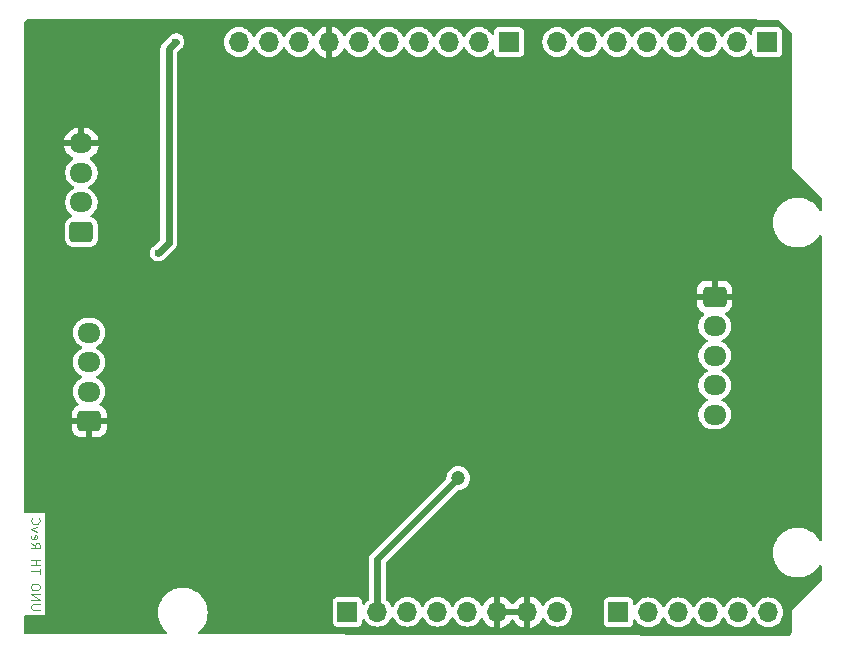
<source format=gbr>
%TF.GenerationSoftware,KiCad,Pcbnew,8.0.7*%
%TF.CreationDate,2025-05-16T10:15:14+02:00*%
%TF.ProjectId,PROJETPCB,50524f4a-4554-4504-9342-2e6b69636164,rev?*%
%TF.SameCoordinates,Original*%
%TF.FileFunction,Copper,L2,Bot*%
%TF.FilePolarity,Positive*%
%FSLAX46Y46*%
G04 Gerber Fmt 4.6, Leading zero omitted, Abs format (unit mm)*
G04 Created by KiCad (PCBNEW 8.0.7) date 2025-05-16 10:15:14*
%MOMM*%
%LPD*%
G01*
G04 APERTURE LIST*
G04 Aperture macros list*
%AMRoundRect*
0 Rectangle with rounded corners*
0 $1 Rounding radius*
0 $2 $3 $4 $5 $6 $7 $8 $9 X,Y pos of 4 corners*
0 Add a 4 corners polygon primitive as box body*
4,1,4,$2,$3,$4,$5,$6,$7,$8,$9,$2,$3,0*
0 Add four circle primitives for the rounded corners*
1,1,$1+$1,$2,$3*
1,1,$1+$1,$4,$5*
1,1,$1+$1,$6,$7*
1,1,$1+$1,$8,$9*
0 Add four rect primitives between the rounded corners*
20,1,$1+$1,$2,$3,$4,$5,0*
20,1,$1+$1,$4,$5,$6,$7,0*
20,1,$1+$1,$6,$7,$8,$9,0*
20,1,$1+$1,$8,$9,$2,$3,0*%
G04 Aperture macros list end*
%ADD10C,0.100000*%
%TA.AperFunction,NonConductor*%
%ADD11C,0.100000*%
%TD*%
%TA.AperFunction,ComponentPad*%
%ADD12R,1.700000X1.700000*%
%TD*%
%TA.AperFunction,ComponentPad*%
%ADD13O,1.700000X1.700000*%
%TD*%
%TA.AperFunction,ComponentPad*%
%ADD14RoundRect,0.250000X-0.725000X0.600000X-0.725000X-0.600000X0.725000X-0.600000X0.725000X0.600000X0*%
%TD*%
%TA.AperFunction,ComponentPad*%
%ADD15O,1.950000X1.700000*%
%TD*%
%TA.AperFunction,ComponentPad*%
%ADD16RoundRect,0.250000X0.725000X-0.600000X0.725000X0.600000X-0.725000X0.600000X-0.725000X-0.600000X0*%
%TD*%
%TA.AperFunction,ViaPad*%
%ADD17C,1.200000*%
%TD*%
%TA.AperFunction,ViaPad*%
%ADD18C,1.219200*%
%TD*%
%TA.AperFunction,ViaPad*%
%ADD19C,0.600000*%
%TD*%
%TA.AperFunction,Conductor*%
%ADD20C,0.600000*%
%TD*%
G04 APERTURE END LIST*
D10*
D11*
X180454265Y-93678201D02*
X179887599Y-93678201D01*
X179887599Y-93678201D02*
X179820932Y-93640106D01*
X179820932Y-93640106D02*
X179787599Y-93602011D01*
X179787599Y-93602011D02*
X179754265Y-93525820D01*
X179754265Y-93525820D02*
X179754265Y-93373439D01*
X179754265Y-93373439D02*
X179787599Y-93297249D01*
X179787599Y-93297249D02*
X179820932Y-93259154D01*
X179820932Y-93259154D02*
X179887599Y-93221058D01*
X179887599Y-93221058D02*
X180454265Y-93221058D01*
X179754265Y-92840106D02*
X180454265Y-92840106D01*
X180454265Y-92840106D02*
X179754265Y-92382963D01*
X179754265Y-92382963D02*
X180454265Y-92382963D01*
X180454265Y-91849630D02*
X180454265Y-91697249D01*
X180454265Y-91697249D02*
X180420932Y-91621059D01*
X180420932Y-91621059D02*
X180354265Y-91544868D01*
X180354265Y-91544868D02*
X180220932Y-91506773D01*
X180220932Y-91506773D02*
X179987599Y-91506773D01*
X179987599Y-91506773D02*
X179854265Y-91544868D01*
X179854265Y-91544868D02*
X179787599Y-91621059D01*
X179787599Y-91621059D02*
X179754265Y-91697249D01*
X179754265Y-91697249D02*
X179754265Y-91849630D01*
X179754265Y-91849630D02*
X179787599Y-91925821D01*
X179787599Y-91925821D02*
X179854265Y-92002011D01*
X179854265Y-92002011D02*
X179987599Y-92040107D01*
X179987599Y-92040107D02*
X180220932Y-92040107D01*
X180220932Y-92040107D02*
X180354265Y-92002011D01*
X180354265Y-92002011D02*
X180420932Y-91925821D01*
X180420932Y-91925821D02*
X180454265Y-91849630D01*
X180454265Y-90668678D02*
X180454265Y-90211535D01*
X179754265Y-90440107D02*
X180454265Y-90440107D01*
X179754265Y-89944868D02*
X180454265Y-89944868D01*
X180120932Y-89944868D02*
X180120932Y-89487725D01*
X179754265Y-89487725D02*
X180454265Y-89487725D01*
X179754265Y-88040106D02*
X180087599Y-88306773D01*
X179754265Y-88497249D02*
X180454265Y-88497249D01*
X180454265Y-88497249D02*
X180454265Y-88192487D01*
X180454265Y-88192487D02*
X180420932Y-88116297D01*
X180420932Y-88116297D02*
X180387599Y-88078202D01*
X180387599Y-88078202D02*
X180320932Y-88040106D01*
X180320932Y-88040106D02*
X180220932Y-88040106D01*
X180220932Y-88040106D02*
X180154265Y-88078202D01*
X180154265Y-88078202D02*
X180120932Y-88116297D01*
X180120932Y-88116297D02*
X180087599Y-88192487D01*
X180087599Y-88192487D02*
X180087599Y-88497249D01*
X179787599Y-87392487D02*
X179754265Y-87468678D01*
X179754265Y-87468678D02*
X179754265Y-87621059D01*
X179754265Y-87621059D02*
X179787599Y-87697249D01*
X179787599Y-87697249D02*
X179854265Y-87735345D01*
X179854265Y-87735345D02*
X180120932Y-87735345D01*
X180120932Y-87735345D02*
X180187599Y-87697249D01*
X180187599Y-87697249D02*
X180220932Y-87621059D01*
X180220932Y-87621059D02*
X180220932Y-87468678D01*
X180220932Y-87468678D02*
X180187599Y-87392487D01*
X180187599Y-87392487D02*
X180120932Y-87354392D01*
X180120932Y-87354392D02*
X180054265Y-87354392D01*
X180054265Y-87354392D02*
X179987599Y-87735345D01*
X180220932Y-87087726D02*
X179754265Y-86897250D01*
X179754265Y-86897250D02*
X180220932Y-86706773D01*
X179820932Y-85944868D02*
X179787599Y-85982964D01*
X179787599Y-85982964D02*
X179754265Y-86097249D01*
X179754265Y-86097249D02*
X179754265Y-86173440D01*
X179754265Y-86173440D02*
X179787599Y-86287726D01*
X179787599Y-86287726D02*
X179854265Y-86363916D01*
X179854265Y-86363916D02*
X179920932Y-86402011D01*
X179920932Y-86402011D02*
X180054265Y-86440107D01*
X180054265Y-86440107D02*
X180154265Y-86440107D01*
X180154265Y-86440107D02*
X180287599Y-86402011D01*
X180287599Y-86402011D02*
X180354265Y-86363916D01*
X180354265Y-86363916D02*
X180420932Y-86287726D01*
X180420932Y-86287726D02*
X180454265Y-86173440D01*
X180454265Y-86173440D02*
X180454265Y-86097249D01*
X180454265Y-86097249D02*
X180420932Y-85982964D01*
X180420932Y-85982964D02*
X180387599Y-85944868D01*
D12*
%TO.P,J1,1,Pin_1*%
%TO.N,IO8*%
X220200000Y-45625000D03*
D13*
%TO.P,J1,2,Pin_2*%
%TO.N,IO9*%
X217660000Y-45625000D03*
%TO.P,J1,3,Pin_3*%
%TO.N,SS*%
X215120000Y-45625000D03*
%TO.P,J1,4,Pin_4*%
%TO.N,MOSI*%
X212580000Y-45625000D03*
%TO.P,J1,5,Pin_5*%
%TO.N,MISO*%
X210040000Y-45625000D03*
%TO.P,J1,6,Pin_6*%
%TO.N,SCK*%
X207500000Y-45625000D03*
%TO.P,J1,7,Pin_7*%
%TO.N,GND*%
X204960000Y-45625000D03*
%TO.P,J1,8,Pin_8*%
%TO.N,AREF*%
X202420000Y-45625000D03*
%TO.P,J1,9,Pin_9*%
%TO.N,AD4{slash}SDA*%
X199880000Y-45625000D03*
%TO.P,J1,10,Pin_10*%
%TO.N,AD5{slash}SCL*%
X197340000Y-45625000D03*
%TD*%
D14*
%TO.P,JOYSTICK1,1,Pin_1*%
%TO.N,GND*%
X237617000Y-67183000D03*
D15*
%TO.P,JOYSTICK1,2,Pin_2*%
%TO.N,+5V*%
X237617000Y-69683000D03*
%TO.P,JOYSTICK1,3,Pin_3*%
%TO.N,AD0*%
X237617000Y-72183000D03*
%TO.P,JOYSTICK1,4,Pin_4*%
%TO.N,AD1*%
X237617000Y-74683000D03*
%TO.P,JOYSTICK1,5,Pin_5*%
%TO.N,IO2*%
X237617000Y-77183000D03*
%TD*%
D12*
%TO.P,J5,1,Pin_1*%
%TO.N,AD0*%
X229475000Y-93900000D03*
D13*
%TO.P,J5,2,Pin_2*%
%TO.N,AD1*%
X232015000Y-93900000D03*
%TO.P,J5,3,Pin_3*%
%TO.N,AD2*%
X234555000Y-93900000D03*
%TO.P,J5,4,Pin_4*%
%TO.N,AD3*%
X237095000Y-93900000D03*
%TO.P,J5,5,Pin_5*%
%TO.N,AD4*%
X239635000Y-93900000D03*
%TO.P,J5,6,Pin_6*%
%TO.N,AD5*%
X242175000Y-93900000D03*
%TD*%
D12*
%TO.P,J4,1,Pin_1*%
%TO.N,unconnected-(J4-Pin_1-Pad1)*%
X206525000Y-93875000D03*
D13*
%TO.P,J4,2,Pin_2*%
%TO.N,+5V*%
X209065000Y-93875000D03*
%TO.P,J4,3,Pin_3*%
%TO.N,RESET*%
X211605000Y-93875000D03*
%TO.P,J4,4,Pin_4*%
%TO.N,+3.3V*%
X214145000Y-93875000D03*
%TO.P,J4,5,Pin_5*%
%TO.N,+5V*%
X216685000Y-93875000D03*
%TO.P,J4,6,Pin_6*%
%TO.N,GND*%
X219225000Y-93875000D03*
%TO.P,J4,7,Pin_7*%
X221765000Y-93875000D03*
%TO.P,J4,8,Pin_8*%
%TO.N,VCC*%
X224305000Y-93875000D03*
%TD*%
D16*
%TO.P,LSM9DS1,1,Pin_1*%
%TO.N,GND*%
X184658000Y-77731000D03*
D15*
%TO.P,LSM9DS1,2,Pin_2*%
%TO.N,+3.3V*%
X184658000Y-75231000D03*
%TO.P,LSM9DS1,3,Pin_3*%
%TO.N,AD4{slash}SDA*%
X184658000Y-72731000D03*
%TO.P,LSM9DS1,4,Pin_4*%
%TO.N,AD5{slash}SCL*%
X184658000Y-70231000D03*
%TD*%
D16*
%TO.P,AS5048B-TS1,1,Pin_1*%
%TO.N,+3.3V*%
X184000000Y-61700000D03*
D15*
%TO.P,AS5048B-TS1,2,Pin_2*%
%TO.N,AD4{slash}SDA*%
X184000000Y-59200000D03*
%TO.P,AS5048B-TS1,3,Pin_3*%
%TO.N,AD5{slash}SCL*%
X184000000Y-56700000D03*
%TO.P,AS5048B-TS1,4,Pin_4*%
%TO.N,GND*%
X184000000Y-54200000D03*
%TD*%
D12*
%TO.P,J2,1,Pin_1*%
%TO.N,IO0*%
X242060000Y-45625000D03*
D13*
%TO.P,J2,2,Pin_2*%
%TO.N,IO1*%
X239520000Y-45625000D03*
%TO.P,J2,3,Pin_3*%
%TO.N,IO2*%
X236980000Y-45625000D03*
%TO.P,J2,4,Pin_4*%
%TO.N,IO3*%
X234440000Y-45625000D03*
%TO.P,J2,5,Pin_5*%
%TO.N,IO4*%
X231900000Y-45625000D03*
%TO.P,J2,6,Pin_6*%
%TO.N,IO5*%
X229360000Y-45625000D03*
%TO.P,J2,7,Pin_7*%
%TO.N,IO6*%
X226820000Y-45625000D03*
%TO.P,J2,8,Pin_8*%
%TO.N,IO7*%
X224280000Y-45625000D03*
%TD*%
D17*
%TO.N,+5V*%
X215900000Y-82550000D03*
D18*
%TO.N,GND*%
X181483000Y-82169000D03*
X185039000Y-82931000D03*
X182219600Y-48412400D03*
X242824000Y-81661000D03*
X232791000Y-63627000D03*
X238125000Y-81661000D03*
X188595000Y-82042000D03*
X206629000Y-48895000D03*
X182372000Y-65532000D03*
X231648000Y-66929000D03*
X188899800Y-50088800D03*
X242570000Y-50165000D03*
X184683400Y-48666400D03*
X203454000Y-48895000D03*
X222250000Y-89916000D03*
X235712000Y-62611000D03*
X191389000Y-78486000D03*
X219710000Y-90424000D03*
D19*
%TO.N,AD5{slash}SCL*%
X191960500Y-45656500D03*
X190500000Y-63500000D03*
%TD*%
D20*
%TO.N,+5V*%
X209065000Y-89385000D02*
X209065000Y-93875000D01*
X215900000Y-82550000D02*
X209065000Y-89385000D01*
%TO.N,AD5{slash}SCL*%
X190500000Y-63500000D02*
X191389000Y-62611000D01*
X191960500Y-45656500D02*
X192024000Y-45593000D01*
X191389000Y-62611000D02*
X191389000Y-46228000D01*
X191389000Y-46228000D02*
X191960500Y-45656500D01*
%TD*%
%TA.AperFunction,Conductor*%
%TO.N,GND*%
G36*
X221299075Y-93682007D02*
G01*
X221265000Y-93809174D01*
X221265000Y-93940826D01*
X221299075Y-94067993D01*
X221331988Y-94125000D01*
X219658012Y-94125000D01*
X219690925Y-94067993D01*
X219725000Y-93940826D01*
X219725000Y-93809174D01*
X219690925Y-93682007D01*
X219658012Y-93625000D01*
X221331988Y-93625000D01*
X221299075Y-93682007D01*
G37*
%TD.AperFunction*%
%TA.AperFunction,Conductor*%
G36*
X239386527Y-43638627D02*
G01*
X242986630Y-43750578D01*
X243053022Y-43772336D01*
X243070454Y-43786836D01*
X244116680Y-44833062D01*
X244150165Y-44894385D01*
X244152999Y-44920743D01*
X244152999Y-56157958D01*
X244187107Y-56285254D01*
X244220053Y-56342317D01*
X244252999Y-56399381D01*
X244253001Y-56399383D01*
X246656680Y-58803062D01*
X246690165Y-58864385D01*
X246692999Y-58890743D01*
X246692999Y-59779629D01*
X246673314Y-59846668D01*
X246620510Y-59892423D01*
X246551352Y-59902367D01*
X246487796Y-59873342D01*
X246458902Y-59836679D01*
X246452400Y-59824131D01*
X246286686Y-59589366D01*
X246196523Y-59492826D01*
X246090552Y-59379359D01*
X245867646Y-59198012D01*
X245867645Y-59198011D01*
X245622116Y-59048701D01*
X245358562Y-58934225D01*
X245358560Y-58934224D01*
X245358557Y-58934223D01*
X245229077Y-58897944D01*
X245081863Y-58856697D01*
X245081858Y-58856696D01*
X245081857Y-58856696D01*
X244939517Y-58837131D01*
X244797178Y-58817567D01*
X244797177Y-58817567D01*
X244509821Y-58817567D01*
X244509820Y-58817567D01*
X244225141Y-58856696D01*
X244225134Y-58856697D01*
X244044981Y-58907174D01*
X243948441Y-58934223D01*
X243948438Y-58934223D01*
X243948435Y-58934225D01*
X243948434Y-58934225D01*
X243684881Y-59048701D01*
X243439352Y-59198011D01*
X243216449Y-59379356D01*
X243020311Y-59589366D01*
X242854597Y-59824131D01*
X242722393Y-60079273D01*
X242626166Y-60350029D01*
X242626165Y-60350032D01*
X242567700Y-60631386D01*
X242548091Y-60918067D01*
X242567700Y-61204747D01*
X242626165Y-61486101D01*
X242626166Y-61486104D01*
X242722393Y-61756860D01*
X242722392Y-61756860D01*
X242854597Y-62012002D01*
X243020311Y-62246767D01*
X243041524Y-62269480D01*
X243216446Y-62456775D01*
X243439352Y-62638122D01*
X243544172Y-62701865D01*
X243684881Y-62787432D01*
X243871736Y-62868593D01*
X243948441Y-62901911D01*
X244225141Y-62979438D01*
X244475419Y-63013838D01*
X244509820Y-63018567D01*
X244509821Y-63018567D01*
X244797178Y-63018567D01*
X244827869Y-63014348D01*
X245081857Y-62979438D01*
X245358557Y-62901911D01*
X245471514Y-62852846D01*
X245622116Y-62787432D01*
X245622119Y-62787430D01*
X245622124Y-62787428D01*
X245867646Y-62638122D01*
X246090552Y-62456775D01*
X246286688Y-62246765D01*
X246452400Y-62012003D01*
X246458901Y-61999457D01*
X246507221Y-61948989D01*
X246575155Y-61932657D01*
X246641134Y-61955645D01*
X246684211Y-62010656D01*
X246692999Y-62056504D01*
X246692999Y-87719629D01*
X246673314Y-87786668D01*
X246620510Y-87832423D01*
X246551352Y-87842367D01*
X246487796Y-87813342D01*
X246458902Y-87776679D01*
X246452400Y-87764131D01*
X246286686Y-87529366D01*
X246208053Y-87445172D01*
X246090552Y-87319359D01*
X245867646Y-87138012D01*
X245867645Y-87138011D01*
X245622116Y-86988701D01*
X245358562Y-86874225D01*
X245358560Y-86874224D01*
X245358557Y-86874223D01*
X245229077Y-86837944D01*
X245081863Y-86796697D01*
X245081858Y-86796696D01*
X245081857Y-86796696D01*
X244939517Y-86777131D01*
X244797178Y-86757567D01*
X244797177Y-86757567D01*
X244509821Y-86757567D01*
X244509820Y-86757567D01*
X244225141Y-86796696D01*
X244225134Y-86796697D01*
X244017360Y-86854912D01*
X243948441Y-86874223D01*
X243948438Y-86874223D01*
X243948435Y-86874225D01*
X243948434Y-86874225D01*
X243684881Y-86988701D01*
X243439352Y-87138011D01*
X243216449Y-87319356D01*
X243020311Y-87529366D01*
X242854597Y-87764131D01*
X242722393Y-88019273D01*
X242626166Y-88290029D01*
X242626165Y-88290032D01*
X242567700Y-88571386D01*
X242548091Y-88858067D01*
X242567700Y-89144747D01*
X242626165Y-89426101D01*
X242626166Y-89426104D01*
X242722393Y-89696860D01*
X242722392Y-89696860D01*
X242854597Y-89952002D01*
X243020311Y-90186767D01*
X243105422Y-90277898D01*
X243216446Y-90396775D01*
X243439352Y-90578122D01*
X243684881Y-90727432D01*
X243871736Y-90808593D01*
X243948441Y-90841911D01*
X244225141Y-90919438D01*
X244475419Y-90953838D01*
X244509820Y-90958567D01*
X244509821Y-90958567D01*
X244797178Y-90958567D01*
X244827869Y-90954348D01*
X245081857Y-90919438D01*
X245358557Y-90841911D01*
X245471514Y-90792846D01*
X245622116Y-90727432D01*
X245622119Y-90727430D01*
X245622124Y-90727428D01*
X245867646Y-90578122D01*
X246090552Y-90396775D01*
X246286688Y-90186765D01*
X246452400Y-89952003D01*
X246458901Y-89939457D01*
X246507221Y-89888989D01*
X246575155Y-89872657D01*
X246641134Y-89895645D01*
X246684211Y-89950656D01*
X246692999Y-89996504D01*
X246692999Y-91139391D01*
X246673314Y-91206430D01*
X246656680Y-91227072D01*
X244253001Y-93630750D01*
X244252999Y-93630753D01*
X244187107Y-93744879D01*
X244152999Y-93872175D01*
X244152999Y-95404573D01*
X244152997Y-95404607D01*
X244152998Y-95471119D01*
X244152219Y-95485000D01*
X244142042Y-95575353D01*
X244135863Y-95602426D01*
X244108152Y-95681625D01*
X244096105Y-95706643D01*
X244051463Y-95777693D01*
X244034151Y-95799402D01*
X243974817Y-95858739D01*
X243953102Y-95876056D01*
X243938709Y-95885099D01*
X243872444Y-95904103D01*
X193990933Y-95784483D01*
X193923941Y-95764637D01*
X193878312Y-95711724D01*
X193868535Y-95642542D01*
X193897712Y-95579056D01*
X193912967Y-95564301D01*
X194020552Y-95476775D01*
X194216688Y-95266765D01*
X194382400Y-95032003D01*
X194514603Y-94776864D01*
X194610833Y-94506099D01*
X194669297Y-94224753D01*
X194688907Y-93938067D01*
X194669297Y-93651381D01*
X194610833Y-93370035D01*
X194562363Y-93233655D01*
X194514604Y-93099273D01*
X194514605Y-93099273D01*
X194459784Y-92993475D01*
X205274500Y-92993475D01*
X205274500Y-94756517D01*
X205277723Y-94776864D01*
X205289354Y-94850304D01*
X205346950Y-94963342D01*
X205346952Y-94963344D01*
X205346954Y-94963347D01*
X205436652Y-95053045D01*
X205436654Y-95053046D01*
X205436658Y-95053050D01*
X205549694Y-95110645D01*
X205549698Y-95110647D01*
X205643475Y-95125499D01*
X205643481Y-95125500D01*
X207406518Y-95125499D01*
X207500304Y-95110646D01*
X207613342Y-95053050D01*
X207703050Y-94963342D01*
X207760646Y-94850304D01*
X207760646Y-94850302D01*
X207760647Y-94850301D01*
X207775499Y-94756524D01*
X207775500Y-94756519D01*
X207775499Y-94606859D01*
X207795183Y-94539823D01*
X207847987Y-94494068D01*
X207917145Y-94484124D01*
X207980701Y-94513149D01*
X208001073Y-94535738D01*
X208101244Y-94678795D01*
X208103402Y-94681877D01*
X208258123Y-94836598D01*
X208437361Y-94962102D01*
X208635670Y-95054575D01*
X208847023Y-95111207D01*
X209029926Y-95127208D01*
X209064998Y-95130277D01*
X209065000Y-95130277D01*
X209065002Y-95130277D01*
X209093254Y-95127805D01*
X209282977Y-95111207D01*
X209494330Y-95054575D01*
X209692639Y-94962102D01*
X209871877Y-94836598D01*
X210026598Y-94681877D01*
X210152102Y-94502639D01*
X210222618Y-94351414D01*
X210268790Y-94298977D01*
X210335984Y-94279825D01*
X210402865Y-94300041D01*
X210447381Y-94351414D01*
X210517898Y-94502639D01*
X210643402Y-94681877D01*
X210798123Y-94836598D01*
X210977361Y-94962102D01*
X211175670Y-95054575D01*
X211387023Y-95111207D01*
X211569926Y-95127208D01*
X211604998Y-95130277D01*
X211605000Y-95130277D01*
X211605002Y-95130277D01*
X211633254Y-95127805D01*
X211822977Y-95111207D01*
X212034330Y-95054575D01*
X212232639Y-94962102D01*
X212411877Y-94836598D01*
X212566598Y-94681877D01*
X212692102Y-94502639D01*
X212762618Y-94351414D01*
X212808790Y-94298977D01*
X212875984Y-94279825D01*
X212942865Y-94300041D01*
X212987381Y-94351414D01*
X213057898Y-94502639D01*
X213183402Y-94681877D01*
X213338123Y-94836598D01*
X213517361Y-94962102D01*
X213715670Y-95054575D01*
X213927023Y-95111207D01*
X214109926Y-95127208D01*
X214144998Y-95130277D01*
X214145000Y-95130277D01*
X214145002Y-95130277D01*
X214173254Y-95127805D01*
X214362977Y-95111207D01*
X214574330Y-95054575D01*
X214772639Y-94962102D01*
X214951877Y-94836598D01*
X215106598Y-94681877D01*
X215232102Y-94502639D01*
X215302618Y-94351414D01*
X215348790Y-94298977D01*
X215415984Y-94279825D01*
X215482865Y-94300041D01*
X215527381Y-94351414D01*
X215597898Y-94502639D01*
X215723402Y-94681877D01*
X215878123Y-94836598D01*
X216057361Y-94962102D01*
X216255670Y-95054575D01*
X216467023Y-95111207D01*
X216649926Y-95127208D01*
X216684998Y-95130277D01*
X216685000Y-95130277D01*
X216685002Y-95130277D01*
X216713254Y-95127805D01*
X216902977Y-95111207D01*
X217114330Y-95054575D01*
X217312639Y-94962102D01*
X217491877Y-94836598D01*
X217646598Y-94681877D01*
X217772102Y-94502639D01*
X217787726Y-94469132D01*
X217833896Y-94416695D01*
X217901090Y-94397543D01*
X217967971Y-94417758D01*
X218012489Y-94469134D01*
X218051399Y-94552578D01*
X218186894Y-94746082D01*
X218353917Y-94913105D01*
X218547421Y-95048600D01*
X218761507Y-95148429D01*
X218761516Y-95148433D01*
X218975000Y-95205634D01*
X218975000Y-94308012D01*
X219032007Y-94340925D01*
X219159174Y-94375000D01*
X219290826Y-94375000D01*
X219417993Y-94340925D01*
X219475000Y-94308012D01*
X219475000Y-95205633D01*
X219688483Y-95148433D01*
X219688492Y-95148429D01*
X219902578Y-95048600D01*
X220096082Y-94913105D01*
X220263105Y-94746082D01*
X220393425Y-94559968D01*
X220448002Y-94516344D01*
X220517501Y-94509151D01*
X220579855Y-94540673D01*
X220596575Y-94559968D01*
X220726894Y-94746082D01*
X220893917Y-94913105D01*
X221087421Y-95048600D01*
X221301507Y-95148429D01*
X221301516Y-95148433D01*
X221515000Y-95205634D01*
X221515000Y-94308012D01*
X221572007Y-94340925D01*
X221699174Y-94375000D01*
X221830826Y-94375000D01*
X221957993Y-94340925D01*
X222015000Y-94308012D01*
X222015000Y-95205633D01*
X222228483Y-95148433D01*
X222228492Y-95148429D01*
X222442578Y-95048600D01*
X222636082Y-94913105D01*
X222803105Y-94746082D01*
X222938598Y-94552580D01*
X222977509Y-94469135D01*
X223023681Y-94416695D01*
X223090875Y-94397543D01*
X223157756Y-94417758D01*
X223202273Y-94469133D01*
X223209264Y-94484124D01*
X223217898Y-94502639D01*
X223343402Y-94681877D01*
X223498123Y-94836598D01*
X223677361Y-94962102D01*
X223875670Y-95054575D01*
X224087023Y-95111207D01*
X224269926Y-95127208D01*
X224304998Y-95130277D01*
X224305000Y-95130277D01*
X224305002Y-95130277D01*
X224333254Y-95127805D01*
X224522977Y-95111207D01*
X224734330Y-95054575D01*
X224932639Y-94962102D01*
X225111877Y-94836598D01*
X225266598Y-94681877D01*
X225392102Y-94502639D01*
X225484575Y-94304330D01*
X225541207Y-94092977D01*
X225560277Y-93875000D01*
X225541207Y-93657023D01*
X225492423Y-93474958D01*
X225484577Y-93445677D01*
X225484576Y-93445676D01*
X225484575Y-93445670D01*
X225392102Y-93247362D01*
X225392100Y-93247359D01*
X225392099Y-93247357D01*
X225266599Y-93068124D01*
X225216950Y-93018475D01*
X228224500Y-93018475D01*
X228224500Y-94781517D01*
X228233223Y-94836593D01*
X228239354Y-94875304D01*
X228296950Y-94988342D01*
X228296952Y-94988344D01*
X228296954Y-94988347D01*
X228386652Y-95078045D01*
X228386654Y-95078046D01*
X228386658Y-95078050D01*
X228489159Y-95130277D01*
X228499698Y-95135647D01*
X228593475Y-95150499D01*
X228593481Y-95150500D01*
X230356518Y-95150499D01*
X230450304Y-95135646D01*
X230563342Y-95078050D01*
X230653050Y-94988342D01*
X230710646Y-94875304D01*
X230710646Y-94875302D01*
X230710647Y-94875301D01*
X230725499Y-94781524D01*
X230725500Y-94781519D01*
X230725499Y-94631859D01*
X230745183Y-94564823D01*
X230797987Y-94519068D01*
X230867145Y-94509124D01*
X230930701Y-94538149D01*
X230951073Y-94560738D01*
X231053402Y-94706877D01*
X231208123Y-94861598D01*
X231387361Y-94987102D01*
X231585670Y-95079575D01*
X231797023Y-95136207D01*
X231979926Y-95152208D01*
X232014998Y-95155277D01*
X232015000Y-95155277D01*
X232015002Y-95155277D01*
X232043254Y-95152805D01*
X232232977Y-95136207D01*
X232444330Y-95079575D01*
X232642639Y-94987102D01*
X232821877Y-94861598D01*
X232976598Y-94706877D01*
X233102102Y-94527639D01*
X233172618Y-94376414D01*
X233218790Y-94323977D01*
X233285984Y-94304825D01*
X233352865Y-94325041D01*
X233397381Y-94376414D01*
X233467898Y-94527639D01*
X233593402Y-94706877D01*
X233748123Y-94861598D01*
X233927361Y-94987102D01*
X234125670Y-95079575D01*
X234337023Y-95136207D01*
X234519926Y-95152208D01*
X234554998Y-95155277D01*
X234555000Y-95155277D01*
X234555002Y-95155277D01*
X234583254Y-95152805D01*
X234772977Y-95136207D01*
X234984330Y-95079575D01*
X235182639Y-94987102D01*
X235361877Y-94861598D01*
X235516598Y-94706877D01*
X235642102Y-94527639D01*
X235712618Y-94376414D01*
X235758790Y-94323977D01*
X235825984Y-94304825D01*
X235892865Y-94325041D01*
X235937381Y-94376414D01*
X236007898Y-94527639D01*
X236133402Y-94706877D01*
X236288123Y-94861598D01*
X236467361Y-94987102D01*
X236665670Y-95079575D01*
X236877023Y-95136207D01*
X237059926Y-95152208D01*
X237094998Y-95155277D01*
X237095000Y-95155277D01*
X237095002Y-95155277D01*
X237123254Y-95152805D01*
X237312977Y-95136207D01*
X237524330Y-95079575D01*
X237722639Y-94987102D01*
X237901877Y-94861598D01*
X238056598Y-94706877D01*
X238182102Y-94527639D01*
X238252618Y-94376414D01*
X238298790Y-94323977D01*
X238365984Y-94304825D01*
X238432865Y-94325041D01*
X238477381Y-94376414D01*
X238547898Y-94527639D01*
X238673402Y-94706877D01*
X238828123Y-94861598D01*
X239007361Y-94987102D01*
X239205670Y-95079575D01*
X239417023Y-95136207D01*
X239599926Y-95152208D01*
X239634998Y-95155277D01*
X239635000Y-95155277D01*
X239635002Y-95155277D01*
X239663254Y-95152805D01*
X239852977Y-95136207D01*
X240064330Y-95079575D01*
X240262639Y-94987102D01*
X240441877Y-94861598D01*
X240596598Y-94706877D01*
X240722102Y-94527639D01*
X240792618Y-94376414D01*
X240838790Y-94323977D01*
X240905984Y-94304825D01*
X240972865Y-94325041D01*
X241017381Y-94376414D01*
X241087898Y-94527639D01*
X241213402Y-94706877D01*
X241368123Y-94861598D01*
X241547361Y-94987102D01*
X241745670Y-95079575D01*
X241957023Y-95136207D01*
X242139926Y-95152208D01*
X242174998Y-95155277D01*
X242175000Y-95155277D01*
X242175002Y-95155277D01*
X242203254Y-95152805D01*
X242392977Y-95136207D01*
X242604330Y-95079575D01*
X242802639Y-94987102D01*
X242981877Y-94861598D01*
X243136598Y-94706877D01*
X243262102Y-94527639D01*
X243354575Y-94329330D01*
X243411207Y-94117977D01*
X243430277Y-93900000D01*
X243411207Y-93682023D01*
X243354575Y-93470670D01*
X243262102Y-93272362D01*
X243262100Y-93272359D01*
X243262099Y-93272357D01*
X243136599Y-93093124D01*
X243061950Y-93018475D01*
X242981877Y-92938402D01*
X242843350Y-92841404D01*
X242802638Y-92812897D01*
X242703484Y-92766661D01*
X242604330Y-92720425D01*
X242604326Y-92720424D01*
X242604322Y-92720422D01*
X242392977Y-92663793D01*
X242175002Y-92644723D01*
X242174998Y-92644723D01*
X242029682Y-92657436D01*
X241957023Y-92663793D01*
X241957020Y-92663793D01*
X241745677Y-92720422D01*
X241745670Y-92720424D01*
X241745670Y-92720425D01*
X241742391Y-92721954D01*
X241547361Y-92812898D01*
X241547357Y-92812900D01*
X241368121Y-92938402D01*
X241213402Y-93093121D01*
X241087900Y-93272357D01*
X241087898Y-93272361D01*
X241017382Y-93423583D01*
X240971209Y-93476022D01*
X240904016Y-93495174D01*
X240837135Y-93474958D01*
X240792618Y-93423583D01*
X240750024Y-93332241D01*
X240722102Y-93272362D01*
X240722100Y-93272359D01*
X240722099Y-93272357D01*
X240596599Y-93093124D01*
X240521950Y-93018475D01*
X240441877Y-92938402D01*
X240303350Y-92841404D01*
X240262638Y-92812897D01*
X240163484Y-92766661D01*
X240064330Y-92720425D01*
X240064326Y-92720424D01*
X240064322Y-92720422D01*
X239852977Y-92663793D01*
X239635002Y-92644723D01*
X239634998Y-92644723D01*
X239489682Y-92657436D01*
X239417023Y-92663793D01*
X239417020Y-92663793D01*
X239205677Y-92720422D01*
X239205670Y-92720424D01*
X239205670Y-92720425D01*
X239202391Y-92721954D01*
X239007361Y-92812898D01*
X239007357Y-92812900D01*
X238828121Y-92938402D01*
X238673402Y-93093121D01*
X238547900Y-93272357D01*
X238547898Y-93272361D01*
X238477382Y-93423583D01*
X238431209Y-93476022D01*
X238364016Y-93495174D01*
X238297135Y-93474958D01*
X238252618Y-93423583D01*
X238210024Y-93332241D01*
X238182102Y-93272362D01*
X238182100Y-93272359D01*
X238182099Y-93272357D01*
X238056599Y-93093124D01*
X237981950Y-93018475D01*
X237901877Y-92938402D01*
X237763350Y-92841404D01*
X237722638Y-92812897D01*
X237623484Y-92766661D01*
X237524330Y-92720425D01*
X237524326Y-92720424D01*
X237524322Y-92720422D01*
X237312977Y-92663793D01*
X237095002Y-92644723D01*
X237094998Y-92644723D01*
X236949682Y-92657436D01*
X236877023Y-92663793D01*
X236877020Y-92663793D01*
X236665677Y-92720422D01*
X236665670Y-92720424D01*
X236665670Y-92720425D01*
X236662391Y-92721954D01*
X236467361Y-92812898D01*
X236467357Y-92812900D01*
X236288121Y-92938402D01*
X236133402Y-93093121D01*
X236007900Y-93272357D01*
X236007898Y-93272361D01*
X235937382Y-93423583D01*
X235891209Y-93476022D01*
X235824016Y-93495174D01*
X235757135Y-93474958D01*
X235712618Y-93423583D01*
X235670024Y-93332241D01*
X235642102Y-93272362D01*
X235642100Y-93272359D01*
X235642099Y-93272357D01*
X235516599Y-93093124D01*
X235441950Y-93018475D01*
X235361877Y-92938402D01*
X235223350Y-92841404D01*
X235182638Y-92812897D01*
X235083484Y-92766661D01*
X234984330Y-92720425D01*
X234984326Y-92720424D01*
X234984322Y-92720422D01*
X234772977Y-92663793D01*
X234555002Y-92644723D01*
X234554998Y-92644723D01*
X234409682Y-92657436D01*
X234337023Y-92663793D01*
X234337020Y-92663793D01*
X234125677Y-92720422D01*
X234125670Y-92720424D01*
X234125670Y-92720425D01*
X234122391Y-92721954D01*
X233927361Y-92812898D01*
X233927357Y-92812900D01*
X233748121Y-92938402D01*
X233593402Y-93093121D01*
X233467900Y-93272357D01*
X233467898Y-93272361D01*
X233397382Y-93423583D01*
X233351209Y-93476022D01*
X233284016Y-93495174D01*
X233217135Y-93474958D01*
X233172618Y-93423583D01*
X233130024Y-93332241D01*
X233102102Y-93272362D01*
X233102100Y-93272359D01*
X233102099Y-93272357D01*
X232976599Y-93093124D01*
X232901950Y-93018475D01*
X232821877Y-92938402D01*
X232683350Y-92841404D01*
X232642638Y-92812897D01*
X232543484Y-92766661D01*
X232444330Y-92720425D01*
X232444326Y-92720424D01*
X232444322Y-92720422D01*
X232232977Y-92663793D01*
X232015002Y-92644723D01*
X232014998Y-92644723D01*
X231869682Y-92657436D01*
X231797023Y-92663793D01*
X231797020Y-92663793D01*
X231585677Y-92720422D01*
X231585670Y-92720424D01*
X231585670Y-92720425D01*
X231582391Y-92721954D01*
X231387361Y-92812898D01*
X231387357Y-92812900D01*
X231208121Y-92938402D01*
X231053402Y-93093121D01*
X230951074Y-93239262D01*
X230896497Y-93282887D01*
X230826999Y-93290081D01*
X230764644Y-93258558D01*
X230729230Y-93198328D01*
X230725499Y-93168139D01*
X230725499Y-93018482D01*
X230723193Y-93003920D01*
X230710646Y-92924696D01*
X230653050Y-92811658D01*
X230653046Y-92811654D01*
X230653045Y-92811652D01*
X230563347Y-92721954D01*
X230563344Y-92721952D01*
X230563342Y-92721950D01*
X230486517Y-92682805D01*
X230450301Y-92664352D01*
X230356524Y-92649500D01*
X228593482Y-92649500D01*
X228512519Y-92662323D01*
X228499696Y-92664354D01*
X228386658Y-92721950D01*
X228386657Y-92721951D01*
X228386652Y-92721954D01*
X228296954Y-92811652D01*
X228296951Y-92811657D01*
X228296950Y-92811658D01*
X228280404Y-92844131D01*
X228239352Y-92924698D01*
X228224500Y-93018475D01*
X225216950Y-93018475D01*
X225191950Y-92993475D01*
X225111877Y-92913402D01*
X224973978Y-92816844D01*
X224932638Y-92787897D01*
X224833484Y-92741661D01*
X224734330Y-92695425D01*
X224734326Y-92695424D01*
X224734322Y-92695422D01*
X224522977Y-92638793D01*
X224305002Y-92619723D01*
X224304998Y-92619723D01*
X224159682Y-92632436D01*
X224087023Y-92638793D01*
X224087020Y-92638793D01*
X223875677Y-92695422D01*
X223875670Y-92695424D01*
X223875670Y-92695425D01*
X223872391Y-92696954D01*
X223677361Y-92787898D01*
X223677357Y-92787900D01*
X223498121Y-92913402D01*
X223343402Y-93068121D01*
X223217900Y-93247357D01*
X223217897Y-93247363D01*
X223202273Y-93280868D01*
X223156099Y-93333307D01*
X223088905Y-93352457D01*
X223022025Y-93332240D01*
X222977509Y-93280865D01*
X222938598Y-93197419D01*
X222803113Y-93003926D01*
X222803108Y-93003920D01*
X222636082Y-92836894D01*
X222442578Y-92701399D01*
X222228492Y-92601570D01*
X222228486Y-92601567D01*
X222015000Y-92544364D01*
X222015000Y-93441988D01*
X221957993Y-93409075D01*
X221830826Y-93375000D01*
X221699174Y-93375000D01*
X221572007Y-93409075D01*
X221515000Y-93441988D01*
X221515000Y-92544364D01*
X221514999Y-92544364D01*
X221301513Y-92601567D01*
X221301507Y-92601570D01*
X221087422Y-92701399D01*
X221087420Y-92701400D01*
X220893926Y-92836886D01*
X220893920Y-92836891D01*
X220726891Y-93003920D01*
X220726890Y-93003922D01*
X220596575Y-93190031D01*
X220541998Y-93233655D01*
X220472499Y-93240848D01*
X220410145Y-93209326D01*
X220393425Y-93190031D01*
X220263109Y-93003922D01*
X220263108Y-93003920D01*
X220096082Y-92836894D01*
X219902578Y-92701399D01*
X219688492Y-92601570D01*
X219688486Y-92601567D01*
X219475000Y-92544364D01*
X219475000Y-93441988D01*
X219417993Y-93409075D01*
X219290826Y-93375000D01*
X219159174Y-93375000D01*
X219032007Y-93409075D01*
X218975000Y-93441988D01*
X218975000Y-92544364D01*
X218974999Y-92544364D01*
X218761513Y-92601567D01*
X218761507Y-92601570D01*
X218547422Y-92701399D01*
X218547420Y-92701400D01*
X218353926Y-92836886D01*
X218353920Y-92836891D01*
X218186891Y-93003920D01*
X218186886Y-93003926D01*
X218051400Y-93197420D01*
X218051399Y-93197422D01*
X218012489Y-93280866D01*
X217966317Y-93333305D01*
X217899123Y-93352457D01*
X217832242Y-93332241D01*
X217787725Y-93280866D01*
X217787725Y-93280865D01*
X217772102Y-93247362D01*
X217772100Y-93247359D01*
X217772099Y-93247357D01*
X217646599Y-93068124D01*
X217571950Y-92993475D01*
X217491877Y-92913402D01*
X217353978Y-92816844D01*
X217312638Y-92787897D01*
X217213484Y-92741661D01*
X217114330Y-92695425D01*
X217114326Y-92695424D01*
X217114322Y-92695422D01*
X216902977Y-92638793D01*
X216685002Y-92619723D01*
X216684998Y-92619723D01*
X216539682Y-92632436D01*
X216467023Y-92638793D01*
X216467020Y-92638793D01*
X216255677Y-92695422D01*
X216255670Y-92695424D01*
X216255670Y-92695425D01*
X216252391Y-92696954D01*
X216057361Y-92787898D01*
X216057357Y-92787900D01*
X215878121Y-92913402D01*
X215723402Y-93068121D01*
X215597900Y-93247357D01*
X215597898Y-93247361D01*
X215527382Y-93398583D01*
X215481209Y-93451022D01*
X215414016Y-93470174D01*
X215347135Y-93449958D01*
X215302618Y-93398583D01*
X215252022Y-93290081D01*
X215232102Y-93247362D01*
X215232100Y-93247359D01*
X215232099Y-93247357D01*
X215106599Y-93068124D01*
X215031950Y-92993475D01*
X214951877Y-92913402D01*
X214813978Y-92816844D01*
X214772638Y-92787897D01*
X214673484Y-92741661D01*
X214574330Y-92695425D01*
X214574326Y-92695424D01*
X214574322Y-92695422D01*
X214362977Y-92638793D01*
X214145002Y-92619723D01*
X214144998Y-92619723D01*
X213999682Y-92632436D01*
X213927023Y-92638793D01*
X213927020Y-92638793D01*
X213715677Y-92695422D01*
X213715670Y-92695424D01*
X213715670Y-92695425D01*
X213712391Y-92696954D01*
X213517361Y-92787898D01*
X213517357Y-92787900D01*
X213338121Y-92913402D01*
X213183402Y-93068121D01*
X213057900Y-93247357D01*
X213057898Y-93247361D01*
X212987382Y-93398583D01*
X212941209Y-93451022D01*
X212874016Y-93470174D01*
X212807135Y-93449958D01*
X212762618Y-93398583D01*
X212712022Y-93290081D01*
X212692102Y-93247362D01*
X212692100Y-93247359D01*
X212692099Y-93247357D01*
X212566599Y-93068124D01*
X212491950Y-92993475D01*
X212411877Y-92913402D01*
X212273978Y-92816844D01*
X212232638Y-92787897D01*
X212133484Y-92741661D01*
X212034330Y-92695425D01*
X212034326Y-92695424D01*
X212034322Y-92695422D01*
X211822977Y-92638793D01*
X211605002Y-92619723D01*
X211604998Y-92619723D01*
X211459682Y-92632436D01*
X211387023Y-92638793D01*
X211387020Y-92638793D01*
X211175677Y-92695422D01*
X211175670Y-92695424D01*
X211175670Y-92695425D01*
X211172391Y-92696954D01*
X210977361Y-92787898D01*
X210977357Y-92787900D01*
X210798121Y-92913402D01*
X210643402Y-93068121D01*
X210517900Y-93247357D01*
X210517898Y-93247361D01*
X210447382Y-93398583D01*
X210401209Y-93451022D01*
X210334016Y-93470174D01*
X210267135Y-93449958D01*
X210222618Y-93398583D01*
X210172022Y-93290081D01*
X210152102Y-93247362D01*
X210152100Y-93247359D01*
X210152099Y-93247357D01*
X210026599Y-93068124D01*
X209951950Y-92993475D01*
X209871877Y-92913402D01*
X209871872Y-92913399D01*
X209871869Y-92913396D01*
X209818376Y-92875939D01*
X209774751Y-92821362D01*
X209765500Y-92774365D01*
X209765500Y-89726518D01*
X209785185Y-89659479D01*
X209801814Y-89638842D01*
X215852339Y-83588316D01*
X215913660Y-83554833D01*
X215927855Y-83552597D01*
X216096132Y-83536024D01*
X216284727Y-83478814D01*
X216458538Y-83385910D01*
X216610883Y-83260883D01*
X216735910Y-83108538D01*
X216828814Y-82934727D01*
X216886024Y-82746132D01*
X216905341Y-82550000D01*
X216886024Y-82353868D01*
X216828814Y-82165273D01*
X216828811Y-82165269D01*
X216828811Y-82165266D01*
X216735913Y-81991467D01*
X216735909Y-81991460D01*
X216610883Y-81839116D01*
X216458539Y-81714090D01*
X216458532Y-81714086D01*
X216284733Y-81621188D01*
X216284727Y-81621186D01*
X216096132Y-81563976D01*
X216096129Y-81563975D01*
X215900000Y-81544659D01*
X215703870Y-81563975D01*
X215515266Y-81621188D01*
X215341467Y-81714086D01*
X215341460Y-81714090D01*
X215189116Y-81839116D01*
X215064090Y-81991460D01*
X215064086Y-81991467D01*
X214971188Y-82165266D01*
X214913975Y-82353870D01*
X214897403Y-82522133D01*
X214871242Y-82586921D01*
X214861681Y-82597660D01*
X208520887Y-88938454D01*
X208444222Y-89053192D01*
X208391421Y-89180667D01*
X208391418Y-89180677D01*
X208364500Y-89316004D01*
X208364500Y-92774365D01*
X208344815Y-92841404D01*
X208311624Y-92875939D01*
X208258130Y-92913396D01*
X208258127Y-92913398D01*
X208103400Y-93068124D01*
X208001074Y-93214262D01*
X207946497Y-93257887D01*
X207876999Y-93265081D01*
X207814644Y-93233558D01*
X207779230Y-93173328D01*
X207775499Y-93143139D01*
X207775499Y-92993482D01*
X207769220Y-92953835D01*
X207760646Y-92899696D01*
X207703050Y-92786658D01*
X207703046Y-92786654D01*
X207703045Y-92786652D01*
X207613347Y-92696954D01*
X207613344Y-92696952D01*
X207613342Y-92696950D01*
X207520217Y-92649500D01*
X207500301Y-92639352D01*
X207406524Y-92624500D01*
X205643482Y-92624500D01*
X205562519Y-92637323D01*
X205549696Y-92639354D01*
X205436658Y-92696950D01*
X205436657Y-92696951D01*
X205436652Y-92696954D01*
X205346954Y-92786652D01*
X205346951Y-92786657D01*
X205346950Y-92786658D01*
X205334215Y-92811652D01*
X205289352Y-92899698D01*
X205274500Y-92993475D01*
X194459784Y-92993475D01*
X194382400Y-92844131D01*
X194216686Y-92609366D01*
X194138053Y-92525172D01*
X194020552Y-92399359D01*
X193797646Y-92218012D01*
X193797645Y-92218011D01*
X193552116Y-92068701D01*
X193288562Y-91954225D01*
X193288560Y-91954224D01*
X193288557Y-91954223D01*
X193159077Y-91917944D01*
X193011863Y-91876697D01*
X193011858Y-91876696D01*
X193011857Y-91876696D01*
X192869517Y-91857131D01*
X192727178Y-91837567D01*
X192727177Y-91837567D01*
X192439821Y-91837567D01*
X192439820Y-91837567D01*
X192155141Y-91876696D01*
X192155134Y-91876697D01*
X191947360Y-91934912D01*
X191878441Y-91954223D01*
X191878438Y-91954223D01*
X191878435Y-91954225D01*
X191878434Y-91954225D01*
X191614881Y-92068701D01*
X191369352Y-92218011D01*
X191146449Y-92399356D01*
X190950311Y-92609366D01*
X190784597Y-92844131D01*
X190652393Y-93099273D01*
X190556166Y-93370029D01*
X190556165Y-93370032D01*
X190497700Y-93651386D01*
X190478091Y-93938067D01*
X190497700Y-94224747D01*
X190556165Y-94506101D01*
X190556166Y-94506104D01*
X190652393Y-94776860D01*
X190652392Y-94776860D01*
X190784597Y-95032002D01*
X190950311Y-95266767D01*
X191048378Y-95371770D01*
X191146446Y-95476775D01*
X191245700Y-95557524D01*
X191285279Y-95615100D01*
X191287448Y-95684936D01*
X191251517Y-95744858D01*
X191188893Y-95775842D01*
X191167147Y-95777711D01*
X179270206Y-95749181D01*
X179203214Y-95729335D01*
X179157585Y-95676422D01*
X179153461Y-95666133D01*
X179135605Y-95615100D01*
X179131166Y-95602413D01*
X179124990Y-95575352D01*
X179114777Y-95484694D01*
X179113999Y-95470817D01*
X179114001Y-95412191D01*
X179113999Y-95412186D01*
X179114000Y-95404607D01*
X179113999Y-95404573D01*
X179113999Y-94255574D01*
X179133684Y-94188535D01*
X179186488Y-94142780D01*
X179255646Y-94132836D01*
X179265230Y-94137213D01*
X179295000Y-94137213D01*
X180913530Y-94137213D01*
X180913530Y-85488112D01*
X179295000Y-85488112D01*
X179269494Y-85488112D01*
X179264357Y-85490917D01*
X179194665Y-85485933D01*
X179138732Y-85444061D01*
X179114315Y-85378597D01*
X179113999Y-85369751D01*
X179113999Y-77081013D01*
X183183000Y-77081013D01*
X183183000Y-77481000D01*
X184253854Y-77481000D01*
X184215370Y-77547657D01*
X184183000Y-77668465D01*
X184183000Y-77793535D01*
X184215370Y-77914343D01*
X184253854Y-77981000D01*
X183183001Y-77981000D01*
X183183001Y-78380986D01*
X183193494Y-78483697D01*
X183248641Y-78650119D01*
X183248643Y-78650124D01*
X183340684Y-78799345D01*
X183464654Y-78923315D01*
X183613875Y-79015356D01*
X183613880Y-79015358D01*
X183780302Y-79070505D01*
X183780309Y-79070506D01*
X183883019Y-79080999D01*
X184407999Y-79080999D01*
X184408000Y-79080998D01*
X184408000Y-78135145D01*
X184474657Y-78173630D01*
X184595465Y-78206000D01*
X184720535Y-78206000D01*
X184841343Y-78173630D01*
X184908000Y-78135145D01*
X184908000Y-79080999D01*
X185432972Y-79080999D01*
X185432986Y-79080998D01*
X185535697Y-79070505D01*
X185702119Y-79015358D01*
X185702124Y-79015356D01*
X185851345Y-78923315D01*
X185975315Y-78799345D01*
X186067356Y-78650124D01*
X186067358Y-78650119D01*
X186122505Y-78483697D01*
X186122506Y-78483690D01*
X186132999Y-78380986D01*
X186133000Y-78380973D01*
X186133000Y-77981000D01*
X185062146Y-77981000D01*
X185100630Y-77914343D01*
X185133000Y-77793535D01*
X185133000Y-77668465D01*
X185100630Y-77547657D01*
X185062146Y-77481000D01*
X186132999Y-77481000D01*
X186132999Y-77081028D01*
X186132998Y-77081013D01*
X186122505Y-76978302D01*
X186067358Y-76811880D01*
X186067356Y-76811875D01*
X185975315Y-76662654D01*
X185851345Y-76538684D01*
X185702124Y-76446643D01*
X185702119Y-76446641D01*
X185612246Y-76416860D01*
X185554801Y-76377087D01*
X185527978Y-76312571D01*
X185540293Y-76243795D01*
X185578364Y-76198837D01*
X185597646Y-76184828D01*
X185736828Y-76045646D01*
X185852524Y-75886405D01*
X185941884Y-75711025D01*
X186002709Y-75523826D01*
X186006855Y-75497647D01*
X186033500Y-75329422D01*
X186033500Y-75132577D01*
X186002709Y-74938173D01*
X185941882Y-74750970D01*
X185894743Y-74658455D01*
X185852524Y-74575595D01*
X185736828Y-74416354D01*
X185597646Y-74277172D01*
X185438405Y-74161476D01*
X185301038Y-74091484D01*
X185250243Y-74043511D01*
X185233448Y-73975690D01*
X185255985Y-73909555D01*
X185301039Y-73870515D01*
X185305286Y-73868351D01*
X185438405Y-73800524D01*
X185597646Y-73684828D01*
X185736828Y-73545646D01*
X185852524Y-73386405D01*
X185941884Y-73211025D01*
X186002709Y-73023826D01*
X186006855Y-72997647D01*
X186033500Y-72829422D01*
X186033500Y-72632577D01*
X186002709Y-72438173D01*
X185941882Y-72250970D01*
X185894743Y-72158455D01*
X185852524Y-72075595D01*
X185736828Y-71916354D01*
X185597646Y-71777172D01*
X185438405Y-71661476D01*
X185301038Y-71591484D01*
X185250243Y-71543511D01*
X185233448Y-71475690D01*
X185255985Y-71409555D01*
X185301039Y-71370515D01*
X185305286Y-71368351D01*
X185438405Y-71300524D01*
X185597646Y-71184828D01*
X185736828Y-71045646D01*
X185852524Y-70886405D01*
X185941884Y-70711025D01*
X186002709Y-70523826D01*
X186006855Y-70497647D01*
X186033500Y-70329422D01*
X186033500Y-70132577D01*
X186002709Y-69938173D01*
X185941882Y-69750970D01*
X185894743Y-69658455D01*
X185852524Y-69575595D01*
X185736828Y-69416354D01*
X185597646Y-69277172D01*
X185438405Y-69161476D01*
X185263029Y-69072117D01*
X185075826Y-69011290D01*
X184881422Y-68980500D01*
X184881417Y-68980500D01*
X184434583Y-68980500D01*
X184434578Y-68980500D01*
X184240173Y-69011290D01*
X184052970Y-69072117D01*
X183877594Y-69161476D01*
X183786741Y-69227485D01*
X183718354Y-69277172D01*
X183718352Y-69277174D01*
X183718351Y-69277174D01*
X183579174Y-69416351D01*
X183579174Y-69416352D01*
X183579172Y-69416354D01*
X183529485Y-69484741D01*
X183463476Y-69575594D01*
X183374117Y-69750970D01*
X183313290Y-69938173D01*
X183282500Y-70132577D01*
X183282500Y-70329422D01*
X183313290Y-70523826D01*
X183374117Y-70711029D01*
X183450814Y-70861555D01*
X183463476Y-70886405D01*
X183579172Y-71045646D01*
X183718354Y-71184828D01*
X183877595Y-71300524D01*
X183946613Y-71335690D01*
X184014960Y-71370515D01*
X184065756Y-71418490D01*
X184082551Y-71486311D01*
X184060014Y-71552446D01*
X184014960Y-71591485D01*
X183877594Y-71661476D01*
X183786741Y-71727485D01*
X183718354Y-71777172D01*
X183718352Y-71777174D01*
X183718351Y-71777174D01*
X183579174Y-71916351D01*
X183579174Y-71916352D01*
X183579172Y-71916354D01*
X183529485Y-71984741D01*
X183463476Y-72075594D01*
X183374117Y-72250970D01*
X183313290Y-72438173D01*
X183282500Y-72632577D01*
X183282500Y-72829422D01*
X183313290Y-73023826D01*
X183374117Y-73211029D01*
X183450814Y-73361555D01*
X183463476Y-73386405D01*
X183579172Y-73545646D01*
X183718354Y-73684828D01*
X183877595Y-73800524D01*
X183946613Y-73835690D01*
X184014960Y-73870515D01*
X184065756Y-73918490D01*
X184082551Y-73986311D01*
X184060014Y-74052446D01*
X184014960Y-74091485D01*
X183877594Y-74161476D01*
X183786741Y-74227485D01*
X183718354Y-74277172D01*
X183718352Y-74277174D01*
X183718351Y-74277174D01*
X183579174Y-74416351D01*
X183579174Y-74416352D01*
X183579172Y-74416354D01*
X183529485Y-74484741D01*
X183463476Y-74575594D01*
X183374117Y-74750970D01*
X183313290Y-74938173D01*
X183282500Y-75132577D01*
X183282500Y-75329422D01*
X183313290Y-75523826D01*
X183374117Y-75711029D01*
X183450814Y-75861555D01*
X183463476Y-75886405D01*
X183579172Y-76045646D01*
X183718354Y-76184828D01*
X183737635Y-76198837D01*
X183780300Y-76254167D01*
X183786279Y-76323780D01*
X183753673Y-76385575D01*
X183703754Y-76416860D01*
X183613878Y-76446642D01*
X183613875Y-76446643D01*
X183464654Y-76538684D01*
X183340684Y-76662654D01*
X183248643Y-76811875D01*
X183248641Y-76811880D01*
X183193494Y-76978302D01*
X183193493Y-76978309D01*
X183183000Y-77081013D01*
X179113999Y-77081013D01*
X179113999Y-66533013D01*
X236142000Y-66533013D01*
X236142000Y-66933000D01*
X237212854Y-66933000D01*
X237174370Y-66999657D01*
X237142000Y-67120465D01*
X237142000Y-67245535D01*
X237174370Y-67366343D01*
X237212854Y-67433000D01*
X236142001Y-67433000D01*
X236142001Y-67832986D01*
X236152494Y-67935697D01*
X236207641Y-68102119D01*
X236207643Y-68102124D01*
X236299684Y-68251345D01*
X236423654Y-68375315D01*
X236572875Y-68467356D01*
X236572880Y-68467358D01*
X236662753Y-68497139D01*
X236720198Y-68536911D01*
X236747021Y-68601427D01*
X236734706Y-68670203D01*
X236696637Y-68715161D01*
X236677354Y-68729172D01*
X236677352Y-68729174D01*
X236677351Y-68729174D01*
X236538174Y-68868351D01*
X236538174Y-68868352D01*
X236538172Y-68868354D01*
X236488485Y-68936741D01*
X236422476Y-69027594D01*
X236333117Y-69202970D01*
X236272290Y-69390173D01*
X236241500Y-69584577D01*
X236241500Y-69781422D01*
X236272290Y-69975826D01*
X236333117Y-70163029D01*
X236417896Y-70329417D01*
X236422476Y-70338405D01*
X236538172Y-70497646D01*
X236677354Y-70636828D01*
X236836595Y-70752524D01*
X236905613Y-70787690D01*
X236973960Y-70822515D01*
X237024756Y-70870490D01*
X237041551Y-70938311D01*
X237019014Y-71004446D01*
X236973960Y-71043485D01*
X236836594Y-71113476D01*
X236745741Y-71179485D01*
X236677354Y-71229172D01*
X236677352Y-71229174D01*
X236677351Y-71229174D01*
X236538174Y-71368351D01*
X236538174Y-71368352D01*
X236538172Y-71368354D01*
X236508238Y-71409555D01*
X236422476Y-71527594D01*
X236333117Y-71702970D01*
X236272290Y-71890173D01*
X236241500Y-72084577D01*
X236241500Y-72281422D01*
X236272290Y-72475826D01*
X236333117Y-72663029D01*
X236417896Y-72829417D01*
X236422476Y-72838405D01*
X236538172Y-72997646D01*
X236677354Y-73136828D01*
X236836595Y-73252524D01*
X236905613Y-73287690D01*
X236973960Y-73322515D01*
X237024756Y-73370490D01*
X237041551Y-73438311D01*
X237019014Y-73504446D01*
X236973960Y-73543485D01*
X236836594Y-73613476D01*
X236745741Y-73679485D01*
X236677354Y-73729172D01*
X236677352Y-73729174D01*
X236677351Y-73729174D01*
X236538174Y-73868351D01*
X236538174Y-73868352D01*
X236538172Y-73868354D01*
X236508238Y-73909555D01*
X236422476Y-74027594D01*
X236333117Y-74202970D01*
X236272290Y-74390173D01*
X236241500Y-74584577D01*
X236241500Y-74781422D01*
X236272290Y-74975826D01*
X236333117Y-75163029D01*
X236417896Y-75329417D01*
X236422476Y-75338405D01*
X236538172Y-75497646D01*
X236677354Y-75636828D01*
X236836595Y-75752524D01*
X236905613Y-75787690D01*
X236973960Y-75822515D01*
X237024756Y-75870490D01*
X237041551Y-75938311D01*
X237019014Y-76004446D01*
X236973960Y-76043485D01*
X236836594Y-76113476D01*
X236745741Y-76179485D01*
X236677354Y-76229172D01*
X236677352Y-76229174D01*
X236677351Y-76229174D01*
X236538174Y-76368351D01*
X236538174Y-76368352D01*
X236538172Y-76368354D01*
X236502930Y-76416860D01*
X236422476Y-76527594D01*
X236333117Y-76702970D01*
X236272290Y-76890173D01*
X236241500Y-77084577D01*
X236241500Y-77281422D01*
X236272290Y-77475826D01*
X236333117Y-77663029D01*
X236422476Y-77838405D01*
X236538172Y-77997646D01*
X236677354Y-78136828D01*
X236836595Y-78252524D01*
X236919455Y-78294743D01*
X237011970Y-78341882D01*
X237011972Y-78341882D01*
X237011975Y-78341884D01*
X237112317Y-78374487D01*
X237199173Y-78402709D01*
X237393578Y-78433500D01*
X237393583Y-78433500D01*
X237840422Y-78433500D01*
X238034826Y-78402709D01*
X238222025Y-78341884D01*
X238397405Y-78252524D01*
X238556646Y-78136828D01*
X238695828Y-77997646D01*
X238811524Y-77838405D01*
X238900884Y-77663025D01*
X238961709Y-77475826D01*
X238967487Y-77439343D01*
X238992500Y-77281422D01*
X238992500Y-77084577D01*
X238961709Y-76890173D01*
X238900882Y-76702970D01*
X238811523Y-76527594D01*
X238695828Y-76368354D01*
X238556646Y-76229172D01*
X238397405Y-76113476D01*
X238260038Y-76043484D01*
X238209243Y-75995511D01*
X238192448Y-75927690D01*
X238214985Y-75861555D01*
X238260039Y-75822515D01*
X238397405Y-75752524D01*
X238556646Y-75636828D01*
X238695828Y-75497646D01*
X238811524Y-75338405D01*
X238900884Y-75163025D01*
X238961709Y-74975826D01*
X238992500Y-74781422D01*
X238992500Y-74584577D01*
X238961709Y-74390173D01*
X238900882Y-74202970D01*
X238824186Y-74052446D01*
X238811524Y-74027595D01*
X238695828Y-73868354D01*
X238556646Y-73729172D01*
X238397405Y-73613476D01*
X238260038Y-73543484D01*
X238209243Y-73495511D01*
X238192448Y-73427690D01*
X238214985Y-73361555D01*
X238260039Y-73322515D01*
X238397405Y-73252524D01*
X238556646Y-73136828D01*
X238695828Y-72997646D01*
X238811524Y-72838405D01*
X238900884Y-72663025D01*
X238961709Y-72475826D01*
X238992500Y-72281422D01*
X238992500Y-72084577D01*
X238961709Y-71890173D01*
X238900882Y-71702970D01*
X238824186Y-71552446D01*
X238811524Y-71527595D01*
X238695828Y-71368354D01*
X238556646Y-71229172D01*
X238397405Y-71113476D01*
X238260038Y-71043484D01*
X238209243Y-70995511D01*
X238192448Y-70927690D01*
X238214985Y-70861555D01*
X238260039Y-70822515D01*
X238397405Y-70752524D01*
X238556646Y-70636828D01*
X238695828Y-70497646D01*
X238811524Y-70338405D01*
X238900884Y-70163025D01*
X238961709Y-69975826D01*
X238992500Y-69781422D01*
X238992500Y-69584577D01*
X238961709Y-69390173D01*
X238900882Y-69202970D01*
X238811523Y-69027594D01*
X238799678Y-69011291D01*
X238695828Y-68868354D01*
X238556646Y-68729172D01*
X238537362Y-68715161D01*
X238494698Y-68659832D01*
X238488720Y-68590218D01*
X238521327Y-68528423D01*
X238571247Y-68497139D01*
X238661117Y-68467359D01*
X238661124Y-68467356D01*
X238810345Y-68375315D01*
X238934315Y-68251345D01*
X239026356Y-68102124D01*
X239026358Y-68102119D01*
X239081505Y-67935697D01*
X239081506Y-67935690D01*
X239091999Y-67832986D01*
X239092000Y-67832973D01*
X239092000Y-67433000D01*
X238021146Y-67433000D01*
X238059630Y-67366343D01*
X238092000Y-67245535D01*
X238092000Y-67120465D01*
X238059630Y-66999657D01*
X238021146Y-66933000D01*
X239091999Y-66933000D01*
X239091999Y-66533028D01*
X239091998Y-66533013D01*
X239081505Y-66430302D01*
X239026358Y-66263880D01*
X239026356Y-66263875D01*
X238934315Y-66114654D01*
X238810345Y-65990684D01*
X238661124Y-65898643D01*
X238661119Y-65898641D01*
X238494697Y-65843494D01*
X238494690Y-65843493D01*
X238391986Y-65833000D01*
X237867000Y-65833000D01*
X237867000Y-66778854D01*
X237800343Y-66740370D01*
X237679535Y-66708000D01*
X237554465Y-66708000D01*
X237433657Y-66740370D01*
X237367000Y-66778854D01*
X237367000Y-65833000D01*
X236842028Y-65833000D01*
X236842012Y-65833001D01*
X236739302Y-65843494D01*
X236572880Y-65898641D01*
X236572875Y-65898643D01*
X236423654Y-65990684D01*
X236299684Y-66114654D01*
X236207643Y-66263875D01*
X236207641Y-66263880D01*
X236152494Y-66430302D01*
X236152493Y-66430309D01*
X236142000Y-66533013D01*
X179113999Y-66533013D01*
X179113999Y-63499999D01*
X189794355Y-63499999D01*
X189798596Y-63534926D01*
X189799500Y-63549873D01*
X189799500Y-63568998D01*
X189806883Y-63606120D01*
X189808361Y-63615358D01*
X189814859Y-63668870D01*
X189814860Y-63668871D01*
X189820678Y-63684212D01*
X189826354Y-63703995D01*
X189826420Y-63704327D01*
X189826420Y-63704329D01*
X189848046Y-63756538D01*
X189849427Y-63760019D01*
X189875182Y-63827930D01*
X189875183Y-63827931D01*
X189919972Y-63892820D01*
X189921024Y-63894369D01*
X189955885Y-63946542D01*
X189959751Y-63951253D01*
X189959371Y-63951564D01*
X189966061Y-63959591D01*
X189971812Y-63967923D01*
X189971815Y-63967927D01*
X189971816Y-63967928D01*
X189971821Y-63967933D01*
X190016827Y-64007804D01*
X190022283Y-64012940D01*
X190053452Y-64044110D01*
X190053456Y-64044113D01*
X190064160Y-64051266D01*
X190077491Y-64061549D01*
X190099143Y-64080730D01*
X190099151Y-64080736D01*
X190135835Y-64099990D01*
X190147096Y-64106682D01*
X190168180Y-64120769D01*
X190168189Y-64120775D01*
X190168195Y-64120777D01*
X190168196Y-64120778D01*
X190197389Y-64132870D01*
X190207559Y-64137633D01*
X190222093Y-64145261D01*
X190249772Y-64159789D01*
X190249774Y-64159789D01*
X190249775Y-64159790D01*
X190263457Y-64163162D01*
X190271791Y-64165216D01*
X190289571Y-64171052D01*
X190295672Y-64173580D01*
X190345037Y-64183399D01*
X190350463Y-64184607D01*
X190414944Y-64200500D01*
X190585058Y-64200500D01*
X190585058Y-64200499D01*
X190649522Y-64184610D01*
X190654960Y-64183399D01*
X190704328Y-64173580D01*
X190710429Y-64171052D01*
X190728212Y-64165215D01*
X190750217Y-64159792D01*
X190750217Y-64159791D01*
X190750225Y-64159790D01*
X190792449Y-64137628D01*
X190802610Y-64132870D01*
X190831811Y-64120775D01*
X190852913Y-64106674D01*
X190864166Y-64099988D01*
X190900852Y-64080734D01*
X190922510Y-64061545D01*
X190935833Y-64051269D01*
X190946543Y-64044114D01*
X190977738Y-64012917D01*
X190983141Y-64007831D01*
X191028183Y-63967929D01*
X191033943Y-63959582D01*
X191048302Y-63942353D01*
X191933114Y-63057543D01*
X192009775Y-62942811D01*
X192026786Y-62901744D01*
X192061439Y-62818082D01*
X192062580Y-62815328D01*
X192089500Y-62679994D01*
X192089500Y-62542006D01*
X192089500Y-46569518D01*
X192109185Y-46502479D01*
X192125815Y-46481841D01*
X192438231Y-46169424D01*
X192443651Y-46164322D01*
X192488683Y-46124429D01*
X192494442Y-46116084D01*
X192508795Y-46098861D01*
X192568114Y-46039543D01*
X192644775Y-45924811D01*
X192697580Y-45797328D01*
X192724500Y-45661994D01*
X192724500Y-45624997D01*
X196084723Y-45624997D01*
X196084723Y-45625002D01*
X196103793Y-45842975D01*
X196103793Y-45842979D01*
X196160422Y-46054322D01*
X196160424Y-46054326D01*
X196160425Y-46054330D01*
X196193113Y-46124429D01*
X196252897Y-46252638D01*
X196277998Y-46288486D01*
X196378402Y-46431877D01*
X196533123Y-46586598D01*
X196712361Y-46712102D01*
X196910670Y-46804575D01*
X197122023Y-46861207D01*
X197304926Y-46877208D01*
X197339998Y-46880277D01*
X197340000Y-46880277D01*
X197340002Y-46880277D01*
X197368254Y-46877805D01*
X197557977Y-46861207D01*
X197769330Y-46804575D01*
X197967639Y-46712102D01*
X198146877Y-46586598D01*
X198301598Y-46431877D01*
X198427102Y-46252639D01*
X198497618Y-46101414D01*
X198543790Y-46048977D01*
X198610984Y-46029825D01*
X198677865Y-46050041D01*
X198722381Y-46101414D01*
X198792898Y-46252639D01*
X198918402Y-46431877D01*
X199073123Y-46586598D01*
X199252361Y-46712102D01*
X199450670Y-46804575D01*
X199662023Y-46861207D01*
X199844926Y-46877208D01*
X199879998Y-46880277D01*
X199880000Y-46880277D01*
X199880002Y-46880277D01*
X199908254Y-46877805D01*
X200097977Y-46861207D01*
X200309330Y-46804575D01*
X200507639Y-46712102D01*
X200686877Y-46586598D01*
X200841598Y-46431877D01*
X200967102Y-46252639D01*
X201037618Y-46101414D01*
X201083790Y-46048977D01*
X201150984Y-46029825D01*
X201217865Y-46050041D01*
X201262381Y-46101414D01*
X201332898Y-46252639D01*
X201458402Y-46431877D01*
X201613123Y-46586598D01*
X201792361Y-46712102D01*
X201990670Y-46804575D01*
X202202023Y-46861207D01*
X202384926Y-46877208D01*
X202419998Y-46880277D01*
X202420000Y-46880277D01*
X202420002Y-46880277D01*
X202448254Y-46877805D01*
X202637977Y-46861207D01*
X202849330Y-46804575D01*
X203047639Y-46712102D01*
X203226877Y-46586598D01*
X203381598Y-46431877D01*
X203507102Y-46252639D01*
X203522726Y-46219132D01*
X203568896Y-46166695D01*
X203636090Y-46147543D01*
X203702971Y-46167758D01*
X203747489Y-46219134D01*
X203786399Y-46302578D01*
X203921894Y-46496082D01*
X204088917Y-46663105D01*
X204282421Y-46798600D01*
X204496507Y-46898429D01*
X204496516Y-46898433D01*
X204710000Y-46955634D01*
X204710000Y-46058012D01*
X204767007Y-46090925D01*
X204894174Y-46125000D01*
X205025826Y-46125000D01*
X205152993Y-46090925D01*
X205210000Y-46058012D01*
X205210000Y-46955633D01*
X205423483Y-46898433D01*
X205423492Y-46898429D01*
X205637578Y-46798600D01*
X205831082Y-46663105D01*
X205998105Y-46496082D01*
X206133598Y-46302580D01*
X206172509Y-46219135D01*
X206218681Y-46166695D01*
X206285875Y-46147543D01*
X206352756Y-46167758D01*
X206397273Y-46219133D01*
X206407989Y-46242112D01*
X206412898Y-46252639D01*
X206538402Y-46431877D01*
X206693123Y-46586598D01*
X206872361Y-46712102D01*
X207070670Y-46804575D01*
X207282023Y-46861207D01*
X207464926Y-46877208D01*
X207499998Y-46880277D01*
X207500000Y-46880277D01*
X207500002Y-46880277D01*
X207528254Y-46877805D01*
X207717977Y-46861207D01*
X207929330Y-46804575D01*
X208127639Y-46712102D01*
X208306877Y-46586598D01*
X208461598Y-46431877D01*
X208587102Y-46252639D01*
X208657618Y-46101414D01*
X208703790Y-46048977D01*
X208770984Y-46029825D01*
X208837865Y-46050041D01*
X208882381Y-46101414D01*
X208952898Y-46252639D01*
X209078402Y-46431877D01*
X209233123Y-46586598D01*
X209412361Y-46712102D01*
X209610670Y-46804575D01*
X209822023Y-46861207D01*
X210004926Y-46877208D01*
X210039998Y-46880277D01*
X210040000Y-46880277D01*
X210040002Y-46880277D01*
X210068254Y-46877805D01*
X210257977Y-46861207D01*
X210469330Y-46804575D01*
X210667639Y-46712102D01*
X210846877Y-46586598D01*
X211001598Y-46431877D01*
X211127102Y-46252639D01*
X211197618Y-46101414D01*
X211243790Y-46048977D01*
X211310984Y-46029825D01*
X211377865Y-46050041D01*
X211422381Y-46101414D01*
X211492898Y-46252639D01*
X211618402Y-46431877D01*
X211773123Y-46586598D01*
X211952361Y-46712102D01*
X212150670Y-46804575D01*
X212362023Y-46861207D01*
X212544926Y-46877208D01*
X212579998Y-46880277D01*
X212580000Y-46880277D01*
X212580002Y-46880277D01*
X212608254Y-46877805D01*
X212797977Y-46861207D01*
X213009330Y-46804575D01*
X213207639Y-46712102D01*
X213386877Y-46586598D01*
X213541598Y-46431877D01*
X213667102Y-46252639D01*
X213737618Y-46101414D01*
X213783790Y-46048977D01*
X213850984Y-46029825D01*
X213917865Y-46050041D01*
X213962381Y-46101414D01*
X214032898Y-46252639D01*
X214158402Y-46431877D01*
X214313123Y-46586598D01*
X214492361Y-46712102D01*
X214690670Y-46804575D01*
X214902023Y-46861207D01*
X215084926Y-46877208D01*
X215119998Y-46880277D01*
X215120000Y-46880277D01*
X215120002Y-46880277D01*
X215148254Y-46877805D01*
X215337977Y-46861207D01*
X215549330Y-46804575D01*
X215747639Y-46712102D01*
X215926877Y-46586598D01*
X216081598Y-46431877D01*
X216207102Y-46252639D01*
X216277618Y-46101414D01*
X216323790Y-46048977D01*
X216390984Y-46029825D01*
X216457865Y-46050041D01*
X216502381Y-46101414D01*
X216572898Y-46252639D01*
X216698402Y-46431877D01*
X216853123Y-46586598D01*
X217032361Y-46712102D01*
X217230670Y-46804575D01*
X217442023Y-46861207D01*
X217624926Y-46877208D01*
X217659998Y-46880277D01*
X217660000Y-46880277D01*
X217660002Y-46880277D01*
X217688254Y-46877805D01*
X217877977Y-46861207D01*
X218089330Y-46804575D01*
X218287639Y-46712102D01*
X218466877Y-46586598D01*
X218621598Y-46431877D01*
X218723928Y-46285734D01*
X218778502Y-46242112D01*
X218848000Y-46234918D01*
X218910355Y-46266441D01*
X218945769Y-46326670D01*
X218949500Y-46356859D01*
X218949500Y-46506517D01*
X218951344Y-46518157D01*
X218964354Y-46600304D01*
X219021950Y-46713342D01*
X219021952Y-46713344D01*
X219021954Y-46713347D01*
X219111652Y-46803045D01*
X219111654Y-46803046D01*
X219111658Y-46803050D01*
X219224694Y-46860645D01*
X219224698Y-46860647D01*
X219318475Y-46875499D01*
X219318481Y-46875500D01*
X221081518Y-46875499D01*
X221175304Y-46860646D01*
X221288342Y-46803050D01*
X221378050Y-46713342D01*
X221435646Y-46600304D01*
X221435646Y-46600302D01*
X221435647Y-46600301D01*
X221450499Y-46506524D01*
X221450500Y-46506519D01*
X221450499Y-45624997D01*
X223024723Y-45624997D01*
X223024723Y-45625002D01*
X223043793Y-45842975D01*
X223043793Y-45842979D01*
X223100422Y-46054322D01*
X223100424Y-46054326D01*
X223100425Y-46054330D01*
X223133113Y-46124429D01*
X223192897Y-46252638D01*
X223217998Y-46288486D01*
X223318402Y-46431877D01*
X223473123Y-46586598D01*
X223652361Y-46712102D01*
X223850670Y-46804575D01*
X224062023Y-46861207D01*
X224244926Y-46877208D01*
X224279998Y-46880277D01*
X224280000Y-46880277D01*
X224280002Y-46880277D01*
X224308254Y-46877805D01*
X224497977Y-46861207D01*
X224709330Y-46804575D01*
X224907639Y-46712102D01*
X225086877Y-46586598D01*
X225241598Y-46431877D01*
X225367102Y-46252639D01*
X225437618Y-46101414D01*
X225483790Y-46048977D01*
X225550984Y-46029825D01*
X225617865Y-46050041D01*
X225662381Y-46101414D01*
X225732898Y-46252639D01*
X225858402Y-46431877D01*
X226013123Y-46586598D01*
X226192361Y-46712102D01*
X226390670Y-46804575D01*
X226602023Y-46861207D01*
X226784926Y-46877208D01*
X226819998Y-46880277D01*
X226820000Y-46880277D01*
X226820002Y-46880277D01*
X226848254Y-46877805D01*
X227037977Y-46861207D01*
X227249330Y-46804575D01*
X227447639Y-46712102D01*
X227626877Y-46586598D01*
X227781598Y-46431877D01*
X227907102Y-46252639D01*
X227977618Y-46101414D01*
X228023790Y-46048977D01*
X228090984Y-46029825D01*
X228157865Y-46050041D01*
X228202381Y-46101414D01*
X228272898Y-46252639D01*
X228398402Y-46431877D01*
X228553123Y-46586598D01*
X228732361Y-46712102D01*
X228930670Y-46804575D01*
X229142023Y-46861207D01*
X229324926Y-46877208D01*
X229359998Y-46880277D01*
X229360000Y-46880277D01*
X229360002Y-46880277D01*
X229388254Y-46877805D01*
X229577977Y-46861207D01*
X229789330Y-46804575D01*
X229987639Y-46712102D01*
X230166877Y-46586598D01*
X230321598Y-46431877D01*
X230447102Y-46252639D01*
X230517618Y-46101414D01*
X230563790Y-46048977D01*
X230630984Y-46029825D01*
X230697865Y-46050041D01*
X230742381Y-46101414D01*
X230812898Y-46252639D01*
X230938402Y-46431877D01*
X231093123Y-46586598D01*
X231272361Y-46712102D01*
X231470670Y-46804575D01*
X231682023Y-46861207D01*
X231864926Y-46877208D01*
X231899998Y-46880277D01*
X231900000Y-46880277D01*
X231900002Y-46880277D01*
X231928254Y-46877805D01*
X232117977Y-46861207D01*
X232329330Y-46804575D01*
X232527639Y-46712102D01*
X232706877Y-46586598D01*
X232861598Y-46431877D01*
X232987102Y-46252639D01*
X233057618Y-46101414D01*
X233103790Y-46048977D01*
X233170984Y-46029825D01*
X233237865Y-46050041D01*
X233282381Y-46101414D01*
X233352898Y-46252639D01*
X233478402Y-46431877D01*
X233633123Y-46586598D01*
X233812361Y-46712102D01*
X234010670Y-46804575D01*
X234222023Y-46861207D01*
X234404926Y-46877208D01*
X234439998Y-46880277D01*
X234440000Y-46880277D01*
X234440002Y-46880277D01*
X234468254Y-46877805D01*
X234657977Y-46861207D01*
X234869330Y-46804575D01*
X235067639Y-46712102D01*
X235246877Y-46586598D01*
X235401598Y-46431877D01*
X235527102Y-46252639D01*
X235597618Y-46101414D01*
X235643790Y-46048977D01*
X235710984Y-46029825D01*
X235777865Y-46050041D01*
X235822381Y-46101414D01*
X235892898Y-46252639D01*
X236018402Y-46431877D01*
X236173123Y-46586598D01*
X236352361Y-46712102D01*
X236550670Y-46804575D01*
X236762023Y-46861207D01*
X236944926Y-46877208D01*
X236979998Y-46880277D01*
X236980000Y-46880277D01*
X236980002Y-46880277D01*
X237008254Y-46877805D01*
X237197977Y-46861207D01*
X237409330Y-46804575D01*
X237607639Y-46712102D01*
X237786877Y-46586598D01*
X237941598Y-46431877D01*
X238067102Y-46252639D01*
X238137618Y-46101414D01*
X238183790Y-46048977D01*
X238250984Y-46029825D01*
X238317865Y-46050041D01*
X238362381Y-46101414D01*
X238432898Y-46252639D01*
X238558402Y-46431877D01*
X238713123Y-46586598D01*
X238892361Y-46712102D01*
X239090670Y-46804575D01*
X239302023Y-46861207D01*
X239484926Y-46877208D01*
X239519998Y-46880277D01*
X239520000Y-46880277D01*
X239520002Y-46880277D01*
X239548254Y-46877805D01*
X239737977Y-46861207D01*
X239949330Y-46804575D01*
X240147639Y-46712102D01*
X240326877Y-46586598D01*
X240481598Y-46431877D01*
X240583928Y-46285734D01*
X240638502Y-46242112D01*
X240708000Y-46234918D01*
X240770355Y-46266441D01*
X240805769Y-46326670D01*
X240809500Y-46356859D01*
X240809500Y-46506517D01*
X240811344Y-46518157D01*
X240824354Y-46600304D01*
X240881950Y-46713342D01*
X240881952Y-46713344D01*
X240881954Y-46713347D01*
X240971652Y-46803045D01*
X240971654Y-46803046D01*
X240971658Y-46803050D01*
X241084694Y-46860645D01*
X241084698Y-46860647D01*
X241178475Y-46875499D01*
X241178481Y-46875500D01*
X242941518Y-46875499D01*
X243035304Y-46860646D01*
X243148342Y-46803050D01*
X243238050Y-46713342D01*
X243295646Y-46600304D01*
X243295646Y-46600302D01*
X243295647Y-46600301D01*
X243310499Y-46506524D01*
X243310500Y-46506519D01*
X243310499Y-44743482D01*
X243295646Y-44649696D01*
X243238050Y-44536658D01*
X243238046Y-44536654D01*
X243238045Y-44536652D01*
X243148347Y-44446954D01*
X243148344Y-44446952D01*
X243148342Y-44446950D01*
X243071517Y-44407805D01*
X243035301Y-44389352D01*
X242941524Y-44374500D01*
X241178482Y-44374500D01*
X241097519Y-44387323D01*
X241084696Y-44389354D01*
X240971658Y-44446950D01*
X240971657Y-44446951D01*
X240971652Y-44446954D01*
X240881954Y-44536652D01*
X240881951Y-44536657D01*
X240881950Y-44536658D01*
X240862751Y-44574337D01*
X240824352Y-44649698D01*
X240809500Y-44743475D01*
X240809500Y-44893138D01*
X240789815Y-44960177D01*
X240737011Y-45005932D01*
X240667853Y-45015876D01*
X240604297Y-44986851D01*
X240583925Y-44964261D01*
X240481599Y-44818124D01*
X240406950Y-44743475D01*
X240326877Y-44663402D01*
X240188978Y-44566844D01*
X240147638Y-44537897D01*
X240048484Y-44491661D01*
X239949330Y-44445425D01*
X239949326Y-44445424D01*
X239949322Y-44445422D01*
X239737977Y-44388793D01*
X239520002Y-44369723D01*
X239519998Y-44369723D01*
X239374682Y-44382436D01*
X239302023Y-44388793D01*
X239302020Y-44388793D01*
X239090677Y-44445422D01*
X239090670Y-44445424D01*
X239090670Y-44445425D01*
X239087391Y-44446954D01*
X238892361Y-44537898D01*
X238892357Y-44537900D01*
X238713121Y-44663402D01*
X238558402Y-44818121D01*
X238432900Y-44997357D01*
X238432898Y-44997361D01*
X238362382Y-45148583D01*
X238316209Y-45201022D01*
X238249016Y-45220174D01*
X238182135Y-45199958D01*
X238137618Y-45148583D01*
X238091129Y-45048888D01*
X238067102Y-44997362D01*
X238067100Y-44997359D01*
X238067099Y-44997357D01*
X237941599Y-44818124D01*
X237866950Y-44743475D01*
X237786877Y-44663402D01*
X237648978Y-44566844D01*
X237607638Y-44537897D01*
X237508484Y-44491661D01*
X237409330Y-44445425D01*
X237409326Y-44445424D01*
X237409322Y-44445422D01*
X237197977Y-44388793D01*
X236980002Y-44369723D01*
X236979998Y-44369723D01*
X236834682Y-44382436D01*
X236762023Y-44388793D01*
X236762020Y-44388793D01*
X236550677Y-44445422D01*
X236550670Y-44445424D01*
X236550670Y-44445425D01*
X236547391Y-44446954D01*
X236352361Y-44537898D01*
X236352357Y-44537900D01*
X236173121Y-44663402D01*
X236018402Y-44818121D01*
X235892900Y-44997357D01*
X235892898Y-44997361D01*
X235822382Y-45148583D01*
X235776209Y-45201022D01*
X235709016Y-45220174D01*
X235642135Y-45199958D01*
X235597618Y-45148583D01*
X235551129Y-45048888D01*
X235527102Y-44997362D01*
X235527100Y-44997359D01*
X235527099Y-44997357D01*
X235401599Y-44818124D01*
X235326950Y-44743475D01*
X235246877Y-44663402D01*
X235108978Y-44566844D01*
X235067638Y-44537897D01*
X234968484Y-44491661D01*
X234869330Y-44445425D01*
X234869326Y-44445424D01*
X234869322Y-44445422D01*
X234657977Y-44388793D01*
X234440002Y-44369723D01*
X234439998Y-44369723D01*
X234294682Y-44382436D01*
X234222023Y-44388793D01*
X234222020Y-44388793D01*
X234010677Y-44445422D01*
X234010670Y-44445424D01*
X234010670Y-44445425D01*
X234007391Y-44446954D01*
X233812361Y-44537898D01*
X233812357Y-44537900D01*
X233633121Y-44663402D01*
X233478402Y-44818121D01*
X233352900Y-44997357D01*
X233352898Y-44997361D01*
X233282382Y-45148583D01*
X233236209Y-45201022D01*
X233169016Y-45220174D01*
X233102135Y-45199958D01*
X233057618Y-45148583D01*
X233011129Y-45048888D01*
X232987102Y-44997362D01*
X232987100Y-44997359D01*
X232987099Y-44997357D01*
X232861599Y-44818124D01*
X232786950Y-44743475D01*
X232706877Y-44663402D01*
X232568978Y-44566844D01*
X232527638Y-44537897D01*
X232428484Y-44491661D01*
X232329330Y-44445425D01*
X232329326Y-44445424D01*
X232329322Y-44445422D01*
X232117977Y-44388793D01*
X231900002Y-44369723D01*
X231899998Y-44369723D01*
X231754682Y-44382436D01*
X231682023Y-44388793D01*
X231682020Y-44388793D01*
X231470677Y-44445422D01*
X231470670Y-44445424D01*
X231470670Y-44445425D01*
X231467391Y-44446954D01*
X231272361Y-44537898D01*
X231272357Y-44537900D01*
X231093121Y-44663402D01*
X230938402Y-44818121D01*
X230812900Y-44997357D01*
X230812898Y-44997361D01*
X230742382Y-45148583D01*
X230696209Y-45201022D01*
X230629016Y-45220174D01*
X230562135Y-45199958D01*
X230517618Y-45148583D01*
X230471129Y-45048888D01*
X230447102Y-44997362D01*
X230447100Y-44997359D01*
X230447099Y-44997357D01*
X230321599Y-44818124D01*
X230246950Y-44743475D01*
X230166877Y-44663402D01*
X230028978Y-44566844D01*
X229987638Y-44537897D01*
X229888484Y-44491661D01*
X229789330Y-44445425D01*
X229789326Y-44445424D01*
X229789322Y-44445422D01*
X229577977Y-44388793D01*
X229360002Y-44369723D01*
X229359998Y-44369723D01*
X229214682Y-44382436D01*
X229142023Y-44388793D01*
X229142020Y-44388793D01*
X228930677Y-44445422D01*
X228930670Y-44445424D01*
X228930670Y-44445425D01*
X228927391Y-44446954D01*
X228732361Y-44537898D01*
X228732357Y-44537900D01*
X228553121Y-44663402D01*
X228398402Y-44818121D01*
X228272900Y-44997357D01*
X228272898Y-44997361D01*
X228202382Y-45148583D01*
X228156209Y-45201022D01*
X228089016Y-45220174D01*
X228022135Y-45199958D01*
X227977618Y-45148583D01*
X227931129Y-45048888D01*
X227907102Y-44997362D01*
X227907100Y-44997359D01*
X227907099Y-44997357D01*
X227781599Y-44818124D01*
X227706950Y-44743475D01*
X227626877Y-44663402D01*
X227488978Y-44566844D01*
X227447638Y-44537897D01*
X227348484Y-44491661D01*
X227249330Y-44445425D01*
X227249326Y-44445424D01*
X227249322Y-44445422D01*
X227037977Y-44388793D01*
X226820002Y-44369723D01*
X226819998Y-44369723D01*
X226674682Y-44382436D01*
X226602023Y-44388793D01*
X226602020Y-44388793D01*
X226390677Y-44445422D01*
X226390670Y-44445424D01*
X226390670Y-44445425D01*
X226387391Y-44446954D01*
X226192361Y-44537898D01*
X226192357Y-44537900D01*
X226013121Y-44663402D01*
X225858402Y-44818121D01*
X225732900Y-44997357D01*
X225732898Y-44997361D01*
X225662382Y-45148583D01*
X225616209Y-45201022D01*
X225549016Y-45220174D01*
X225482135Y-45199958D01*
X225437618Y-45148583D01*
X225391129Y-45048888D01*
X225367102Y-44997362D01*
X225367100Y-44997359D01*
X225367099Y-44997357D01*
X225241599Y-44818124D01*
X225166950Y-44743475D01*
X225086877Y-44663402D01*
X224948978Y-44566844D01*
X224907638Y-44537897D01*
X224808484Y-44491661D01*
X224709330Y-44445425D01*
X224709326Y-44445424D01*
X224709322Y-44445422D01*
X224497977Y-44388793D01*
X224280002Y-44369723D01*
X224279998Y-44369723D01*
X224134682Y-44382436D01*
X224062023Y-44388793D01*
X224062020Y-44388793D01*
X223850677Y-44445422D01*
X223850670Y-44445424D01*
X223850670Y-44445425D01*
X223847391Y-44446954D01*
X223652361Y-44537898D01*
X223652357Y-44537900D01*
X223473121Y-44663402D01*
X223318402Y-44818121D01*
X223192900Y-44997357D01*
X223192898Y-44997361D01*
X223100426Y-45195668D01*
X223100422Y-45195677D01*
X223043793Y-45407020D01*
X223043793Y-45407024D01*
X223024723Y-45624997D01*
X221450499Y-45624997D01*
X221450499Y-44743482D01*
X221435646Y-44649696D01*
X221378050Y-44536658D01*
X221378046Y-44536654D01*
X221378045Y-44536652D01*
X221288347Y-44446954D01*
X221288344Y-44446952D01*
X221288342Y-44446950D01*
X221211517Y-44407805D01*
X221175301Y-44389352D01*
X221081524Y-44374500D01*
X219318482Y-44374500D01*
X219237519Y-44387323D01*
X219224696Y-44389354D01*
X219111658Y-44446950D01*
X219111657Y-44446951D01*
X219111652Y-44446954D01*
X219021954Y-44536652D01*
X219021951Y-44536657D01*
X219021950Y-44536658D01*
X219002751Y-44574337D01*
X218964352Y-44649698D01*
X218949500Y-44743475D01*
X218949500Y-44893138D01*
X218929815Y-44960177D01*
X218877011Y-45005932D01*
X218807853Y-45015876D01*
X218744297Y-44986851D01*
X218723925Y-44964261D01*
X218621599Y-44818124D01*
X218546950Y-44743475D01*
X218466877Y-44663402D01*
X218328978Y-44566844D01*
X218287638Y-44537897D01*
X218188484Y-44491661D01*
X218089330Y-44445425D01*
X218089326Y-44445424D01*
X218089322Y-44445422D01*
X217877977Y-44388793D01*
X217660002Y-44369723D01*
X217659998Y-44369723D01*
X217514682Y-44382436D01*
X217442023Y-44388793D01*
X217442020Y-44388793D01*
X217230677Y-44445422D01*
X217230670Y-44445424D01*
X217230670Y-44445425D01*
X217227391Y-44446954D01*
X217032361Y-44537898D01*
X217032357Y-44537900D01*
X216853121Y-44663402D01*
X216698402Y-44818121D01*
X216572900Y-44997357D01*
X216572898Y-44997361D01*
X216502382Y-45148583D01*
X216456209Y-45201022D01*
X216389016Y-45220174D01*
X216322135Y-45199958D01*
X216277618Y-45148583D01*
X216231129Y-45048888D01*
X216207102Y-44997362D01*
X216207100Y-44997359D01*
X216207099Y-44997357D01*
X216081599Y-44818124D01*
X216006950Y-44743475D01*
X215926877Y-44663402D01*
X215788978Y-44566844D01*
X215747638Y-44537897D01*
X215648484Y-44491661D01*
X215549330Y-44445425D01*
X215549326Y-44445424D01*
X215549322Y-44445422D01*
X215337977Y-44388793D01*
X215120002Y-44369723D01*
X215119998Y-44369723D01*
X214974682Y-44382436D01*
X214902023Y-44388793D01*
X214902020Y-44388793D01*
X214690677Y-44445422D01*
X214690670Y-44445424D01*
X214690670Y-44445425D01*
X214687391Y-44446954D01*
X214492361Y-44537898D01*
X214492357Y-44537900D01*
X214313121Y-44663402D01*
X214158402Y-44818121D01*
X214032900Y-44997357D01*
X214032898Y-44997361D01*
X213962382Y-45148583D01*
X213916209Y-45201022D01*
X213849016Y-45220174D01*
X213782135Y-45199958D01*
X213737618Y-45148583D01*
X213691129Y-45048888D01*
X213667102Y-44997362D01*
X213667100Y-44997359D01*
X213667099Y-44997357D01*
X213541599Y-44818124D01*
X213466950Y-44743475D01*
X213386877Y-44663402D01*
X213248978Y-44566844D01*
X213207638Y-44537897D01*
X213108484Y-44491661D01*
X213009330Y-44445425D01*
X213009326Y-44445424D01*
X213009322Y-44445422D01*
X212797977Y-44388793D01*
X212580002Y-44369723D01*
X212579998Y-44369723D01*
X212434682Y-44382436D01*
X212362023Y-44388793D01*
X212362020Y-44388793D01*
X212150677Y-44445422D01*
X212150670Y-44445424D01*
X212150670Y-44445425D01*
X212147391Y-44446954D01*
X211952361Y-44537898D01*
X211952357Y-44537900D01*
X211773121Y-44663402D01*
X211618402Y-44818121D01*
X211492900Y-44997357D01*
X211492898Y-44997361D01*
X211422382Y-45148583D01*
X211376209Y-45201022D01*
X211309016Y-45220174D01*
X211242135Y-45199958D01*
X211197618Y-45148583D01*
X211151129Y-45048888D01*
X211127102Y-44997362D01*
X211127100Y-44997359D01*
X211127099Y-44997357D01*
X211001599Y-44818124D01*
X210926950Y-44743475D01*
X210846877Y-44663402D01*
X210708978Y-44566844D01*
X210667638Y-44537897D01*
X210568484Y-44491661D01*
X210469330Y-44445425D01*
X210469326Y-44445424D01*
X210469322Y-44445422D01*
X210257977Y-44388793D01*
X210040002Y-44369723D01*
X210039998Y-44369723D01*
X209894682Y-44382436D01*
X209822023Y-44388793D01*
X209822020Y-44388793D01*
X209610677Y-44445422D01*
X209610670Y-44445424D01*
X209610670Y-44445425D01*
X209607391Y-44446954D01*
X209412361Y-44537898D01*
X209412357Y-44537900D01*
X209233121Y-44663402D01*
X209078402Y-44818121D01*
X208952900Y-44997357D01*
X208952898Y-44997361D01*
X208882382Y-45148583D01*
X208836209Y-45201022D01*
X208769016Y-45220174D01*
X208702135Y-45199958D01*
X208657618Y-45148583D01*
X208611129Y-45048888D01*
X208587102Y-44997362D01*
X208587100Y-44997359D01*
X208587099Y-44997357D01*
X208461599Y-44818124D01*
X208386950Y-44743475D01*
X208306877Y-44663402D01*
X208168978Y-44566844D01*
X208127638Y-44537897D01*
X208028484Y-44491661D01*
X207929330Y-44445425D01*
X207929326Y-44445424D01*
X207929322Y-44445422D01*
X207717977Y-44388793D01*
X207500002Y-44369723D01*
X207499998Y-44369723D01*
X207354682Y-44382436D01*
X207282023Y-44388793D01*
X207282020Y-44388793D01*
X207070677Y-44445422D01*
X207070670Y-44445424D01*
X207070670Y-44445425D01*
X207067391Y-44446954D01*
X206872361Y-44537898D01*
X206872357Y-44537900D01*
X206693121Y-44663402D01*
X206538402Y-44818121D01*
X206412900Y-44997357D01*
X206412897Y-44997363D01*
X206397273Y-45030868D01*
X206351099Y-45083307D01*
X206283905Y-45102457D01*
X206217025Y-45082240D01*
X206172509Y-45030865D01*
X206133598Y-44947419D01*
X205998113Y-44753926D01*
X205998108Y-44753920D01*
X205831082Y-44586894D01*
X205637578Y-44451399D01*
X205423492Y-44351570D01*
X205423486Y-44351567D01*
X205210000Y-44294364D01*
X205210000Y-45191988D01*
X205152993Y-45159075D01*
X205025826Y-45125000D01*
X204894174Y-45125000D01*
X204767007Y-45159075D01*
X204710000Y-45191988D01*
X204710000Y-44294364D01*
X204709999Y-44294364D01*
X204496513Y-44351567D01*
X204496507Y-44351570D01*
X204282422Y-44451399D01*
X204282420Y-44451400D01*
X204088926Y-44586886D01*
X204088920Y-44586891D01*
X203921891Y-44753920D01*
X203921886Y-44753926D01*
X203786400Y-44947420D01*
X203786399Y-44947422D01*
X203747489Y-45030866D01*
X203701317Y-45083305D01*
X203634123Y-45102457D01*
X203567242Y-45082241D01*
X203522725Y-45030866D01*
X203507102Y-44997363D01*
X203507102Y-44997362D01*
X203507100Y-44997359D01*
X203507099Y-44997357D01*
X203381599Y-44818124D01*
X203306950Y-44743475D01*
X203226877Y-44663402D01*
X203088978Y-44566844D01*
X203047638Y-44537897D01*
X202948484Y-44491661D01*
X202849330Y-44445425D01*
X202849326Y-44445424D01*
X202849322Y-44445422D01*
X202637977Y-44388793D01*
X202420002Y-44369723D01*
X202419998Y-44369723D01*
X202274682Y-44382436D01*
X202202023Y-44388793D01*
X202202020Y-44388793D01*
X201990677Y-44445422D01*
X201990670Y-44445424D01*
X201990670Y-44445425D01*
X201987391Y-44446954D01*
X201792361Y-44537898D01*
X201792357Y-44537900D01*
X201613121Y-44663402D01*
X201458402Y-44818121D01*
X201332900Y-44997357D01*
X201332898Y-44997361D01*
X201262382Y-45148583D01*
X201216209Y-45201022D01*
X201149016Y-45220174D01*
X201082135Y-45199958D01*
X201037618Y-45148583D01*
X200991129Y-45048888D01*
X200967102Y-44997362D01*
X200967100Y-44997359D01*
X200967099Y-44997357D01*
X200841599Y-44818124D01*
X200766950Y-44743475D01*
X200686877Y-44663402D01*
X200548978Y-44566844D01*
X200507638Y-44537897D01*
X200408484Y-44491661D01*
X200309330Y-44445425D01*
X200309326Y-44445424D01*
X200309322Y-44445422D01*
X200097977Y-44388793D01*
X199880002Y-44369723D01*
X199879998Y-44369723D01*
X199734682Y-44382436D01*
X199662023Y-44388793D01*
X199662020Y-44388793D01*
X199450677Y-44445422D01*
X199450670Y-44445424D01*
X199450670Y-44445425D01*
X199447391Y-44446954D01*
X199252361Y-44537898D01*
X199252357Y-44537900D01*
X199073121Y-44663402D01*
X198918402Y-44818121D01*
X198792900Y-44997357D01*
X198792898Y-44997361D01*
X198722382Y-45148583D01*
X198676209Y-45201022D01*
X198609016Y-45220174D01*
X198542135Y-45199958D01*
X198497618Y-45148583D01*
X198451129Y-45048888D01*
X198427102Y-44997362D01*
X198427100Y-44997359D01*
X198427099Y-44997357D01*
X198301599Y-44818124D01*
X198226950Y-44743475D01*
X198146877Y-44663402D01*
X198008978Y-44566844D01*
X197967638Y-44537897D01*
X197868484Y-44491661D01*
X197769330Y-44445425D01*
X197769326Y-44445424D01*
X197769322Y-44445422D01*
X197557977Y-44388793D01*
X197340002Y-44369723D01*
X197339998Y-44369723D01*
X197194682Y-44382436D01*
X197122023Y-44388793D01*
X197122020Y-44388793D01*
X196910677Y-44445422D01*
X196910670Y-44445424D01*
X196910670Y-44445425D01*
X196907391Y-44446954D01*
X196712361Y-44537898D01*
X196712357Y-44537900D01*
X196533121Y-44663402D01*
X196378402Y-44818121D01*
X196252900Y-44997357D01*
X196252898Y-44997361D01*
X196160426Y-45195668D01*
X196160422Y-45195677D01*
X196103793Y-45407020D01*
X196103793Y-45407024D01*
X196084723Y-45624997D01*
X192724500Y-45624997D01*
X192724500Y-45524006D01*
X192724500Y-45524003D01*
X192697581Y-45388676D01*
X192697580Y-45388675D01*
X192697580Y-45388671D01*
X192697578Y-45388666D01*
X192644778Y-45261194D01*
X192644771Y-45261181D01*
X192568114Y-45146457D01*
X192568111Y-45146453D01*
X192470546Y-45048888D01*
X192470542Y-45048885D01*
X192355818Y-44972228D01*
X192355805Y-44972221D01*
X192228333Y-44919421D01*
X192228323Y-44919418D01*
X192092996Y-44892500D01*
X192092994Y-44892500D01*
X191955006Y-44892500D01*
X191955004Y-44892500D01*
X191819677Y-44919418D01*
X191819667Y-44919421D01*
X191692192Y-44972222D01*
X191577454Y-45048887D01*
X191577453Y-45048888D01*
X191513958Y-45112384D01*
X191513957Y-45112386D01*
X191482781Y-45143561D01*
X191477329Y-45148692D01*
X191432319Y-45188568D01*
X191432318Y-45188569D01*
X191426556Y-45196916D01*
X191412193Y-45214148D01*
X190844887Y-45781454D01*
X190773920Y-45887665D01*
X190768226Y-45896186D01*
X190768222Y-45896193D01*
X190715421Y-46023667D01*
X190715418Y-46023677D01*
X190688500Y-46159004D01*
X190688500Y-62269480D01*
X190668815Y-62336519D01*
X190652181Y-62357161D01*
X190022290Y-62987051D01*
X190016838Y-62992183D01*
X189971820Y-63032067D01*
X189971815Y-63032072D01*
X189966054Y-63040418D01*
X189959386Y-63048452D01*
X189959748Y-63048749D01*
X189955890Y-63053450D01*
X189920982Y-63105692D01*
X189919931Y-63107239D01*
X189875183Y-63172068D01*
X189875181Y-63172071D01*
X189849436Y-63239953D01*
X189848058Y-63243428D01*
X189826419Y-63295673D01*
X189826418Y-63295678D01*
X189826353Y-63296006D01*
X189820680Y-63315781D01*
X189814859Y-63331129D01*
X189808361Y-63384643D01*
X189806883Y-63393882D01*
X189799500Y-63431004D01*
X189799500Y-63450125D01*
X189798596Y-63465071D01*
X189794355Y-63499999D01*
X179113999Y-63499999D01*
X179113999Y-53950000D01*
X182547769Y-53950000D01*
X183595854Y-53950000D01*
X183557370Y-54016657D01*
X183525000Y-54137465D01*
X183525000Y-54262535D01*
X183557370Y-54383343D01*
X183595854Y-54450000D01*
X182547769Y-54450000D01*
X182558242Y-54516126D01*
X182558242Y-54516129D01*
X182623904Y-54718217D01*
X182720379Y-54907557D01*
X182845272Y-55079459D01*
X182845276Y-55079464D01*
X182995535Y-55229723D01*
X182995540Y-55229727D01*
X183167442Y-55354620D01*
X183247377Y-55395350D01*
X183298173Y-55443325D01*
X183314968Y-55511146D01*
X183292430Y-55577281D01*
X183247378Y-55616319D01*
X183219597Y-55630474D01*
X183139974Y-55688324D01*
X183060354Y-55746172D01*
X183060352Y-55746174D01*
X183060351Y-55746174D01*
X182921174Y-55885351D01*
X182921174Y-55885352D01*
X182921172Y-55885354D01*
X182871485Y-55953741D01*
X182805476Y-56044594D01*
X182716117Y-56219970D01*
X182655290Y-56407173D01*
X182624500Y-56601577D01*
X182624500Y-56798422D01*
X182655290Y-56992826D01*
X182716117Y-57180029D01*
X182805476Y-57355405D01*
X182921172Y-57514646D01*
X183060354Y-57653828D01*
X183219595Y-57769524D01*
X183288613Y-57804690D01*
X183356960Y-57839515D01*
X183407756Y-57887490D01*
X183424551Y-57955311D01*
X183402014Y-58021446D01*
X183356960Y-58060485D01*
X183219594Y-58130476D01*
X183128741Y-58196485D01*
X183060354Y-58246172D01*
X183060352Y-58246174D01*
X183060351Y-58246174D01*
X182921174Y-58385351D01*
X182921174Y-58385352D01*
X182921172Y-58385354D01*
X182882282Y-58438881D01*
X182805476Y-58544594D01*
X182716117Y-58719970D01*
X182655290Y-58907173D01*
X182624500Y-59101577D01*
X182624500Y-59298422D01*
X182655290Y-59492826D01*
X182716117Y-59680029D01*
X182766866Y-59779629D01*
X182805476Y-59855405D01*
X182921172Y-60014646D01*
X183060354Y-60153828D01*
X183060357Y-60153830D01*
X183181156Y-60241596D01*
X183223822Y-60296926D01*
X183229801Y-60366539D01*
X183197195Y-60428334D01*
X183142867Y-60460990D01*
X183014604Y-60498254D01*
X183014603Y-60498255D01*
X182873137Y-60581917D01*
X182873129Y-60581923D01*
X182756923Y-60698129D01*
X182756917Y-60698137D01*
X182673255Y-60839603D01*
X182673254Y-60839606D01*
X182627402Y-60997426D01*
X182627401Y-60997432D01*
X182624500Y-61034298D01*
X182624500Y-62365701D01*
X182627401Y-62402567D01*
X182627402Y-62402573D01*
X182673254Y-62560393D01*
X182673255Y-62560396D01*
X182756917Y-62701862D01*
X182756923Y-62701870D01*
X182873129Y-62818076D01*
X182873133Y-62818079D01*
X182873135Y-62818081D01*
X183014602Y-62901744D01*
X183015177Y-62901911D01*
X183172426Y-62947597D01*
X183172429Y-62947597D01*
X183172431Y-62947598D01*
X183209306Y-62950500D01*
X183209314Y-62950500D01*
X184790686Y-62950500D01*
X184790694Y-62950500D01*
X184827569Y-62947598D01*
X184827571Y-62947597D01*
X184827573Y-62947597D01*
X184869191Y-62935505D01*
X184985398Y-62901744D01*
X185126865Y-62818081D01*
X185243081Y-62701865D01*
X185326744Y-62560398D01*
X185372598Y-62402569D01*
X185375500Y-62365694D01*
X185375500Y-61034306D01*
X185372598Y-60997431D01*
X185349540Y-60918067D01*
X185326745Y-60839606D01*
X185326744Y-60839603D01*
X185326744Y-60839602D01*
X185243081Y-60698135D01*
X185243079Y-60698133D01*
X185243076Y-60698129D01*
X185126870Y-60581923D01*
X185126862Y-60581917D01*
X184985396Y-60498255D01*
X184985395Y-60498254D01*
X184857132Y-60460990D01*
X184798247Y-60423383D01*
X184769041Y-60359911D01*
X184778787Y-60290724D01*
X184818840Y-60241598D01*
X184939646Y-60153828D01*
X185078828Y-60014646D01*
X185194524Y-59855405D01*
X185283884Y-59680025D01*
X185344709Y-59492826D01*
X185375500Y-59298422D01*
X185375500Y-59101577D01*
X185344709Y-58907173D01*
X185283882Y-58719970D01*
X185194523Y-58544594D01*
X185078828Y-58385354D01*
X184939646Y-58246172D01*
X184780405Y-58130476D01*
X184643038Y-58060484D01*
X184592243Y-58012511D01*
X184575448Y-57944690D01*
X184597985Y-57878555D01*
X184643039Y-57839515D01*
X184780405Y-57769524D01*
X184939646Y-57653828D01*
X185078828Y-57514646D01*
X185194524Y-57355405D01*
X185283884Y-57180025D01*
X185344709Y-56992826D01*
X185375500Y-56798422D01*
X185375500Y-56601577D01*
X185344709Y-56407173D01*
X185316487Y-56320317D01*
X185283884Y-56219975D01*
X185283882Y-56219972D01*
X185283882Y-56219970D01*
X185194523Y-56044594D01*
X185181141Y-56026175D01*
X185078828Y-55885354D01*
X184939646Y-55746172D01*
X184780405Y-55630476D01*
X184752621Y-55616319D01*
X184701826Y-55568345D01*
X184685031Y-55500524D01*
X184707568Y-55434390D01*
X184752622Y-55395350D01*
X184832558Y-55354620D01*
X185004459Y-55229727D01*
X185004464Y-55229723D01*
X185154723Y-55079464D01*
X185154727Y-55079459D01*
X185279620Y-54907557D01*
X185376095Y-54718217D01*
X185441757Y-54516129D01*
X185441757Y-54516126D01*
X185452231Y-54450000D01*
X184404146Y-54450000D01*
X184442630Y-54383343D01*
X184475000Y-54262535D01*
X184475000Y-54137465D01*
X184442630Y-54016657D01*
X184404146Y-53950000D01*
X185452231Y-53950000D01*
X185441757Y-53883873D01*
X185441757Y-53883870D01*
X185376095Y-53681782D01*
X185279620Y-53492442D01*
X185154727Y-53320540D01*
X185154723Y-53320535D01*
X185004464Y-53170276D01*
X185004459Y-53170272D01*
X184832557Y-53045379D01*
X184643217Y-52948904D01*
X184441128Y-52883242D01*
X184250000Y-52852969D01*
X184250000Y-53795854D01*
X184183343Y-53757370D01*
X184062535Y-53725000D01*
X183937465Y-53725000D01*
X183816657Y-53757370D01*
X183750000Y-53795854D01*
X183750000Y-52852969D01*
X183558872Y-52883242D01*
X183558869Y-52883242D01*
X183356782Y-52948904D01*
X183167442Y-53045379D01*
X182995540Y-53170272D01*
X182995535Y-53170276D01*
X182845276Y-53320535D01*
X182845272Y-53320540D01*
X182720379Y-53492442D01*
X182623904Y-53681782D01*
X182558242Y-53883870D01*
X182558242Y-53883873D01*
X182547769Y-53950000D01*
X179113999Y-53950000D01*
X179113999Y-44145051D01*
X179114779Y-44131164D01*
X179124961Y-44040820D01*
X179131138Y-44013755D01*
X179158857Y-43934544D01*
X179170898Y-43909541D01*
X179215552Y-43838478D01*
X179232850Y-43816788D01*
X179292202Y-43757439D01*
X179313889Y-43740144D01*
X179384959Y-43695489D01*
X179409956Y-43683451D01*
X179489171Y-43655733D01*
X179516235Y-43649557D01*
X179556995Y-43644965D01*
X179606865Y-43639347D01*
X179620747Y-43638567D01*
X179679392Y-43638567D01*
X239382673Y-43638567D01*
X239386527Y-43638627D01*
G37*
%TD.AperFunction*%
%TD*%
M02*

</source>
